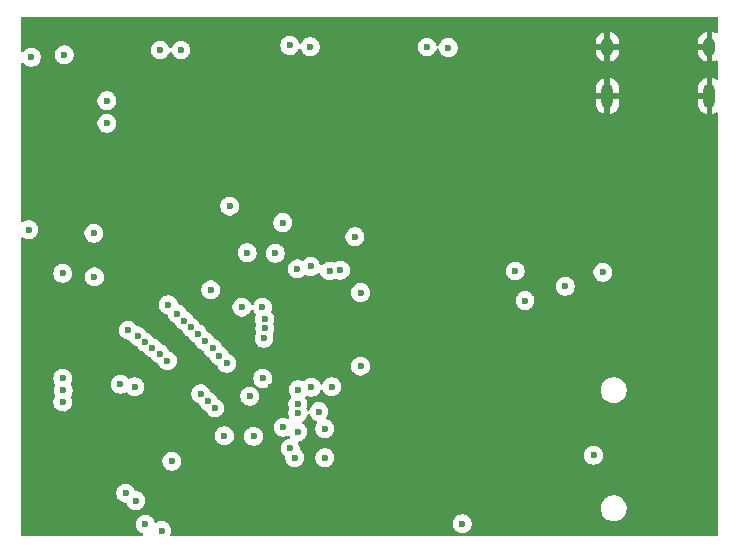
<source format=gbr>
%TF.GenerationSoftware,KiCad,Pcbnew,9.0.3*%
%TF.CreationDate,2025-07-24T02:47:58+05:30*%
%TF.ProjectId,DevBoard_F1C100s_Rev2,44657642-6f61-4726-945f-463143313030,rev?*%
%TF.SameCoordinates,Original*%
%TF.FileFunction,Copper,L3,Inr*%
%TF.FilePolarity,Positive*%
%FSLAX46Y46*%
G04 Gerber Fmt 4.6, Leading zero omitted, Abs format (unit mm)*
G04 Created by KiCad (PCBNEW 9.0.3) date 2025-07-24 02:47:58*
%MOMM*%
%LPD*%
G01*
G04 APERTURE LIST*
%TA.AperFunction,HeatsinkPad*%
%ADD10O,1.000000X2.100000*%
%TD*%
%TA.AperFunction,HeatsinkPad*%
%ADD11O,1.000000X1.600000*%
%TD*%
%TA.AperFunction,ViaPad*%
%ADD12C,0.600000*%
%TD*%
G04 APERTURE END LIST*
D10*
%TO.N,GND*%
%TO.C,J3*%
X187520000Y-39278000D03*
D11*
X187520000Y-35098000D03*
D10*
X178880000Y-39278000D03*
D11*
X178880000Y-35098000D03*
%TD*%
D12*
%TO.N,GND*%
X154200000Y-59700000D03*
X156600000Y-62025000D03*
%TO.N,2.6V*%
X152400000Y-69900000D03*
%TO.N,GND*%
X154151240Y-70651240D03*
%TO.N,2.6V*%
X152674450Y-67700000D03*
%TO.N,GND*%
X130500000Y-53200000D03*
X152993051Y-56188369D03*
X154300000Y-56100000D03*
X147300000Y-54300000D03*
X143700000Y-56100000D03*
X144500000Y-70200000D03*
X159200000Y-66300000D03*
X158000687Y-59625000D03*
X150428581Y-63879373D03*
X171400000Y-57957500D03*
X168200000Y-57800000D03*
X181000000Y-57300000D03*
X186300000Y-59000000D03*
X160300000Y-45400000D03*
X143500000Y-40400000D03*
X139500000Y-38400000D03*
X139400000Y-35600000D03*
X134500000Y-39200000D03*
X138100000Y-50900000D03*
X138100000Y-49300000D03*
X139400000Y-46600000D03*
X131500000Y-42800000D03*
X131600000Y-46800000D03*
X140100000Y-40200000D03*
X143800000Y-39200000D03*
X144600000Y-39400000D03*
X150700000Y-44300000D03*
X152100000Y-39200000D03*
X167300000Y-38800000D03*
X155500000Y-39300000D03*
X163000000Y-39700000D03*
X179900000Y-41600000D03*
X186500000Y-41700000D03*
X187100000Y-44100000D03*
X178900000Y-43600000D03*
X182800000Y-43900000D03*
X180100000Y-44600000D03*
X171100000Y-48800000D03*
X172200000Y-45300000D03*
X165400000Y-62500000D03*
X172700000Y-65900000D03*
X174300000Y-65300000D03*
X174700000Y-71900000D03*
X172000000Y-71500000D03*
X132842951Y-69600000D03*
X132700000Y-66200000D03*
%TO.N,VLEDA*%
X135400000Y-50900000D03*
X132900000Y-35800000D03*
%TO.N,VLEDK*%
X130100000Y-36000000D03*
X129900000Y-50600000D03*
%TO.N,3.3V*%
X145300000Y-55700000D03*
X151400000Y-50000000D03*
%TO.N,1.1V*%
X146900000Y-48600000D03*
X157500000Y-51200000D03*
%TO.N,2.6V*%
X151987500Y-35000000D03*
X153712500Y-35100000D03*
%TO.N,1.1V*%
X140999999Y-35387501D03*
X142774999Y-35387501D03*
%TO.N,3.3V*%
X177700000Y-69700000D03*
X166600000Y-75500000D03*
X142000000Y-70200000D03*
X149700000Y-63200000D03*
X171900000Y-56600000D03*
X175300000Y-55400000D03*
%TO.N,/LRADC0*%
X153757853Y-53717147D03*
%TO.N,2.6V*%
X148375000Y-52550000D03*
%TO.N,3.3V*%
X165401307Y-35180999D03*
X163601307Y-35130999D03*
X150750000Y-52600000D03*
X157975000Y-55925000D03*
%TO.N,1.1V*%
X148599000Y-64693860D03*
%TO.N,3.3V*%
X147929897Y-57156500D03*
X149668500Y-57156500D03*
X157975000Y-62150000D03*
%TO.N,1.1V*%
X156274450Y-54025000D03*
%TO.N,3.3V*%
X155350000Y-54100000D03*
%TO.N,1.1V*%
X154450000Y-66000000D03*
%TO.N,/LCD_HSYNC*%
X151424265Y-67324265D03*
%TO.N,/SPI0_CS*%
X178500000Y-54200000D03*
X171066950Y-54100000D03*
%TO.N,Net-(D1-K)*%
X136500000Y-41587500D03*
X136500000Y-39687500D03*
%TO.N,/LCD_D13*%
X145450000Y-60631709D03*
X140344053Y-60599000D03*
%TO.N,/LCD_D3*%
X149850000Y-58150000D03*
X144451473Y-64500000D03*
%TO.N,/SPI1_MISO*%
X148920000Y-68100000D03*
X152007948Y-69109948D03*
%TO.N,/SPI1_CLK*%
X154950735Y-67450735D03*
X154950000Y-69900000D03*
%TO.N,/LCD_D6*%
X132750000Y-65200000D03*
X143048245Y-58299715D03*
%TO.N,/LCD_D11*%
X139096665Y-59596984D03*
X144199902Y-59410050D03*
%TO.N,/LCD_D16*%
X138950000Y-73550000D03*
X132750000Y-54300000D03*
%TO.N,/LCD_D4*%
X132800000Y-64200000D03*
X142474265Y-57725735D03*
%TO.N,/LCD_D12*%
X144765589Y-60017060D03*
X139720512Y-60097800D03*
%TO.N,/LCD_D17*%
X138100000Y-72900000D03*
X135450000Y-54600000D03*
%TO.N,/LCD_D14*%
X146024265Y-61275735D03*
X140968342Y-61099265D03*
%TO.N,/LCD_D0*%
X141125000Y-76075000D03*
X138850000Y-63900000D03*
%TO.N,/LCD_D5*%
X145051472Y-65100000D03*
X149856216Y-58949979D03*
%TO.N,/LCD_D10*%
X143613931Y-58865402D03*
X138297052Y-59100000D03*
%TO.N,/LCD_D15*%
X141625735Y-61699265D03*
X146653015Y-61904485D03*
%TO.N,/LCD_D1*%
X137650000Y-63700000D03*
X139750000Y-75550000D03*
%TO.N,/LCD_D7*%
X145650735Y-65699265D03*
X149800000Y-59800000D03*
%TO.N,/LCD_D2*%
X141711537Y-56963007D03*
X132750000Y-63200000D03*
%TO.N,/LCD_HSYNC*%
X146450000Y-68050000D03*
%TO.N,2.6V*%
X155525000Y-63900000D03*
X152674450Y-66125000D03*
X152675000Y-65350000D03*
X153800000Y-63950000D03*
X152625000Y-53925000D03*
X152700000Y-64150000D03*
%TD*%
%TA.AperFunction,Conductor*%
%TO.N,GND*%
G36*
X188182539Y-32580185D02*
G01*
X188228294Y-32632989D01*
X188239500Y-32684500D01*
X188239500Y-33844075D01*
X188219815Y-33911114D01*
X188167011Y-33956869D01*
X188097853Y-33966813D01*
X188046610Y-33947178D01*
X187993682Y-33911813D01*
X187993671Y-33911807D01*
X187811691Y-33836429D01*
X187811683Y-33836427D01*
X187770000Y-33828135D01*
X187770000Y-34631011D01*
X187760060Y-34613795D01*
X187704205Y-34557940D01*
X187635796Y-34518444D01*
X187559496Y-34498000D01*
X187480504Y-34498000D01*
X187404204Y-34518444D01*
X187335795Y-34557940D01*
X187279940Y-34613795D01*
X187270000Y-34631011D01*
X187270000Y-33828136D01*
X187269999Y-33828135D01*
X187228316Y-33836427D01*
X187228308Y-33836429D01*
X187046328Y-33911807D01*
X187046315Y-33911814D01*
X186882537Y-34021248D01*
X186882533Y-34021251D01*
X186743251Y-34160533D01*
X186743248Y-34160537D01*
X186633814Y-34324315D01*
X186633807Y-34324328D01*
X186558430Y-34506306D01*
X186558427Y-34506318D01*
X186520000Y-34699504D01*
X186520000Y-34848000D01*
X187220000Y-34848000D01*
X187220000Y-35348000D01*
X186520000Y-35348000D01*
X186520000Y-35496495D01*
X186558427Y-35689681D01*
X186558430Y-35689693D01*
X186633807Y-35871671D01*
X186633814Y-35871684D01*
X186743248Y-36035462D01*
X186743251Y-36035466D01*
X186882533Y-36174748D01*
X186882537Y-36174751D01*
X187046315Y-36284185D01*
X187046328Y-36284192D01*
X187228308Y-36359569D01*
X187270000Y-36367862D01*
X187270000Y-35564988D01*
X187279940Y-35582205D01*
X187335795Y-35638060D01*
X187404204Y-35677556D01*
X187480504Y-35698000D01*
X187559496Y-35698000D01*
X187635796Y-35677556D01*
X187704205Y-35638060D01*
X187760060Y-35582205D01*
X187770000Y-35564988D01*
X187770000Y-36367862D01*
X187811690Y-36359569D01*
X187811692Y-36359569D01*
X187993671Y-36284192D01*
X187993684Y-36284185D01*
X188046609Y-36248822D01*
X188113286Y-36227944D01*
X188180666Y-36246428D01*
X188227357Y-36298407D01*
X188239500Y-36351924D01*
X188239500Y-37774075D01*
X188219815Y-37841114D01*
X188167011Y-37886869D01*
X188097853Y-37896813D01*
X188046610Y-37877178D01*
X187993682Y-37841813D01*
X187993671Y-37841807D01*
X187811691Y-37766429D01*
X187811683Y-37766427D01*
X187770000Y-37758135D01*
X187770000Y-38561011D01*
X187760060Y-38543795D01*
X187704205Y-38487940D01*
X187635796Y-38448444D01*
X187559496Y-38428000D01*
X187480504Y-38428000D01*
X187404204Y-38448444D01*
X187335795Y-38487940D01*
X187279940Y-38543795D01*
X187270000Y-38561011D01*
X187270000Y-37758136D01*
X187269999Y-37758135D01*
X187228316Y-37766427D01*
X187228308Y-37766429D01*
X187046328Y-37841807D01*
X187046315Y-37841814D01*
X186882537Y-37951248D01*
X186882533Y-37951251D01*
X186743251Y-38090533D01*
X186743248Y-38090537D01*
X186633814Y-38254315D01*
X186633807Y-38254328D01*
X186558430Y-38436306D01*
X186558427Y-38436318D01*
X186520000Y-38629504D01*
X186520000Y-39028000D01*
X187220000Y-39028000D01*
X187220000Y-39528000D01*
X186520000Y-39528000D01*
X186520000Y-39926495D01*
X186558427Y-40119681D01*
X186558430Y-40119693D01*
X186633807Y-40301671D01*
X186633814Y-40301684D01*
X186743248Y-40465462D01*
X186743251Y-40465466D01*
X186882533Y-40604748D01*
X186882537Y-40604751D01*
X187046315Y-40714185D01*
X187046328Y-40714192D01*
X187228308Y-40789569D01*
X187270000Y-40797862D01*
X187270000Y-39994988D01*
X187279940Y-40012205D01*
X187335795Y-40068060D01*
X187404204Y-40107556D01*
X187480504Y-40128000D01*
X187559496Y-40128000D01*
X187635796Y-40107556D01*
X187704205Y-40068060D01*
X187760060Y-40012205D01*
X187770000Y-39994988D01*
X187770000Y-40797862D01*
X187811690Y-40789569D01*
X187811692Y-40789569D01*
X187993671Y-40714192D01*
X187993684Y-40714185D01*
X188046609Y-40678822D01*
X188113286Y-40657944D01*
X188180666Y-40676428D01*
X188227357Y-40728407D01*
X188239500Y-40781924D01*
X188239500Y-76435500D01*
X188219815Y-76502539D01*
X188167011Y-76548294D01*
X188115500Y-76559500D01*
X141976347Y-76559500D01*
X141909308Y-76539815D01*
X141863553Y-76487011D01*
X141853609Y-76417853D01*
X141861784Y-76388051D01*
X141894737Y-76308497D01*
X141925500Y-76153842D01*
X141925500Y-75996158D01*
X141925500Y-75996155D01*
X141925499Y-75996153D01*
X141912177Y-75929179D01*
X141894737Y-75841503D01*
X141870712Y-75783501D01*
X141834397Y-75695827D01*
X141834390Y-75695814D01*
X141746789Y-75564711D01*
X141746786Y-75564707D01*
X141635292Y-75453213D01*
X141635288Y-75453210D01*
X141587312Y-75421153D01*
X165799500Y-75421153D01*
X165799500Y-75578846D01*
X165830261Y-75733489D01*
X165830264Y-75733501D01*
X165890602Y-75879172D01*
X165890609Y-75879185D01*
X165978210Y-76010288D01*
X165978213Y-76010292D01*
X166089707Y-76121786D01*
X166089711Y-76121789D01*
X166220814Y-76209390D01*
X166220827Y-76209397D01*
X166366498Y-76269735D01*
X166366503Y-76269737D01*
X166521153Y-76300499D01*
X166521156Y-76300500D01*
X166521158Y-76300500D01*
X166678844Y-76300500D01*
X166678845Y-76300499D01*
X166833497Y-76269737D01*
X166979179Y-76209394D01*
X167110289Y-76121789D01*
X167221789Y-76010289D01*
X167309394Y-75879179D01*
X167369737Y-75733497D01*
X167400500Y-75578842D01*
X167400500Y-75421158D01*
X167400500Y-75421155D01*
X167400499Y-75421153D01*
X167389451Y-75365611D01*
X167369737Y-75266503D01*
X167369735Y-75266498D01*
X167309397Y-75120827D01*
X167309390Y-75120814D01*
X167221789Y-74989711D01*
X167221786Y-74989707D01*
X167110292Y-74878213D01*
X167110288Y-74878210D01*
X166979185Y-74790609D01*
X166979172Y-74790602D01*
X166833501Y-74730264D01*
X166833489Y-74730261D01*
X166678845Y-74699500D01*
X166678842Y-74699500D01*
X166521158Y-74699500D01*
X166521155Y-74699500D01*
X166366510Y-74730261D01*
X166366498Y-74730264D01*
X166220827Y-74790602D01*
X166220814Y-74790609D01*
X166089711Y-74878210D01*
X166089707Y-74878213D01*
X165978213Y-74989707D01*
X165978210Y-74989711D01*
X165890609Y-75120814D01*
X165890602Y-75120827D01*
X165830264Y-75266498D01*
X165830261Y-75266510D01*
X165799500Y-75421153D01*
X141587312Y-75421153D01*
X141504185Y-75365609D01*
X141504172Y-75365602D01*
X141358501Y-75305264D01*
X141358489Y-75305261D01*
X141203845Y-75274500D01*
X141203842Y-75274500D01*
X141046158Y-75274500D01*
X141046155Y-75274500D01*
X140891510Y-75305261D01*
X140891498Y-75305264D01*
X140745827Y-75365602D01*
X140745811Y-75365611D01*
X140709183Y-75390085D01*
X140642506Y-75410962D01*
X140575126Y-75392477D01*
X140528436Y-75340497D01*
X140522314Y-75322089D01*
X140521506Y-75322335D01*
X140519735Y-75316498D01*
X140459397Y-75170827D01*
X140459390Y-75170814D01*
X140371789Y-75039711D01*
X140371786Y-75039707D01*
X140260292Y-74928213D01*
X140260288Y-74928210D01*
X140129185Y-74840609D01*
X140129172Y-74840602D01*
X139983501Y-74780264D01*
X139983489Y-74780261D01*
X139828845Y-74749500D01*
X139828842Y-74749500D01*
X139671158Y-74749500D01*
X139671155Y-74749500D01*
X139516510Y-74780261D01*
X139516498Y-74780264D01*
X139370827Y-74840602D01*
X139370814Y-74840609D01*
X139239711Y-74928210D01*
X139239707Y-74928213D01*
X139128213Y-75039707D01*
X139128210Y-75039711D01*
X139040609Y-75170814D01*
X139040602Y-75170827D01*
X138980264Y-75316498D01*
X138980261Y-75316510D01*
X138949500Y-75471153D01*
X138949500Y-75628846D01*
X138980261Y-75783489D01*
X138980264Y-75783501D01*
X139040602Y-75929172D01*
X139040609Y-75929185D01*
X139128210Y-76060288D01*
X139128213Y-76060292D01*
X139239707Y-76171786D01*
X139239711Y-76171789D01*
X139370814Y-76259390D01*
X139370827Y-76259397D01*
X139519404Y-76320939D01*
X139573808Y-76364780D01*
X139595873Y-76431074D01*
X139578594Y-76498773D01*
X139527457Y-76546384D01*
X139471952Y-76559500D01*
X129364500Y-76559500D01*
X129297461Y-76539815D01*
X129251706Y-76487011D01*
X129240500Y-76435500D01*
X129240500Y-72821153D01*
X137299500Y-72821153D01*
X137299500Y-72978846D01*
X137330261Y-73133489D01*
X137330264Y-73133501D01*
X137390602Y-73279172D01*
X137390609Y-73279185D01*
X137478210Y-73410288D01*
X137478213Y-73410292D01*
X137589707Y-73521786D01*
X137589711Y-73521789D01*
X137720814Y-73609390D01*
X137720827Y-73609397D01*
X137866498Y-73669735D01*
X137866503Y-73669737D01*
X138021153Y-73700499D01*
X138021156Y-73700500D01*
X138021158Y-73700500D01*
X138063122Y-73700500D01*
X138130161Y-73720185D01*
X138175916Y-73772989D01*
X138177784Y-73777930D01*
X138177932Y-73777869D01*
X138240602Y-73929172D01*
X138240609Y-73929185D01*
X138328210Y-74060288D01*
X138328213Y-74060292D01*
X138439707Y-74171786D01*
X138439711Y-74171789D01*
X138570814Y-74259390D01*
X138570827Y-74259397D01*
X138716498Y-74319735D01*
X138716503Y-74319737D01*
X138871153Y-74350499D01*
X138871156Y-74350500D01*
X138871158Y-74350500D01*
X139028844Y-74350500D01*
X139028845Y-74350499D01*
X139183497Y-74319737D01*
X139329179Y-74259394D01*
X139460289Y-74171789D01*
X139518689Y-74113389D01*
X178299500Y-74113389D01*
X178299500Y-74286611D01*
X178326598Y-74457701D01*
X178380127Y-74622445D01*
X178458768Y-74776788D01*
X178560586Y-74916928D01*
X178683072Y-75039414D01*
X178823212Y-75141232D01*
X178977555Y-75219873D01*
X179142299Y-75273402D01*
X179313389Y-75300500D01*
X179313390Y-75300500D01*
X179486610Y-75300500D01*
X179486611Y-75300500D01*
X179657701Y-75273402D01*
X179822445Y-75219873D01*
X179976788Y-75141232D01*
X180116928Y-75039414D01*
X180239414Y-74916928D01*
X180341232Y-74776788D01*
X180419873Y-74622445D01*
X180473402Y-74457701D01*
X180500500Y-74286611D01*
X180500500Y-74113389D01*
X180473402Y-73942299D01*
X180419873Y-73777555D01*
X180341232Y-73623212D01*
X180239414Y-73483072D01*
X180116928Y-73360586D01*
X179976788Y-73258768D01*
X179822445Y-73180127D01*
X179657701Y-73126598D01*
X179657699Y-73126597D01*
X179657698Y-73126597D01*
X179526271Y-73105781D01*
X179486611Y-73099500D01*
X179313389Y-73099500D01*
X179273728Y-73105781D01*
X179142302Y-73126597D01*
X178977552Y-73180128D01*
X178823211Y-73258768D01*
X178743754Y-73316498D01*
X178683072Y-73360586D01*
X178683070Y-73360588D01*
X178683069Y-73360588D01*
X178560588Y-73483069D01*
X178560588Y-73483070D01*
X178560586Y-73483072D01*
X178516859Y-73543256D01*
X178458768Y-73623211D01*
X178380128Y-73777552D01*
X178326597Y-73942302D01*
X178311183Y-74039626D01*
X178299500Y-74113389D01*
X139518689Y-74113389D01*
X139571789Y-74060289D01*
X139650626Y-73942302D01*
X139659390Y-73929185D01*
X139659390Y-73929184D01*
X139659394Y-73929179D01*
X139719737Y-73783497D01*
X139750500Y-73628842D01*
X139750500Y-73471158D01*
X139750500Y-73471155D01*
X139750499Y-73471153D01*
X139728506Y-73360588D01*
X139719737Y-73316503D01*
X139719735Y-73316498D01*
X139659397Y-73170827D01*
X139659390Y-73170814D01*
X139571789Y-73039711D01*
X139571786Y-73039707D01*
X139460292Y-72928213D01*
X139460288Y-72928210D01*
X139329185Y-72840609D01*
X139329172Y-72840602D01*
X139183501Y-72780264D01*
X139183489Y-72780261D01*
X139028845Y-72749500D01*
X139028842Y-72749500D01*
X138986878Y-72749500D01*
X138919839Y-72729815D01*
X138874084Y-72677011D01*
X138872215Y-72672069D01*
X138872068Y-72672131D01*
X138809397Y-72520827D01*
X138809390Y-72520814D01*
X138721789Y-72389711D01*
X138721786Y-72389707D01*
X138610292Y-72278213D01*
X138610288Y-72278210D01*
X138479185Y-72190609D01*
X138479172Y-72190602D01*
X138333501Y-72130264D01*
X138333489Y-72130261D01*
X138178845Y-72099500D01*
X138178842Y-72099500D01*
X138021158Y-72099500D01*
X138021155Y-72099500D01*
X137866510Y-72130261D01*
X137866498Y-72130264D01*
X137720827Y-72190602D01*
X137720814Y-72190609D01*
X137589711Y-72278210D01*
X137589707Y-72278213D01*
X137478213Y-72389707D01*
X137478210Y-72389711D01*
X137390609Y-72520814D01*
X137390602Y-72520827D01*
X137330264Y-72666498D01*
X137330261Y-72666510D01*
X137299500Y-72821153D01*
X129240500Y-72821153D01*
X129240500Y-70121153D01*
X141199500Y-70121153D01*
X141199500Y-70278846D01*
X141230261Y-70433489D01*
X141230264Y-70433501D01*
X141290602Y-70579172D01*
X141290609Y-70579185D01*
X141378210Y-70710288D01*
X141378213Y-70710292D01*
X141489707Y-70821786D01*
X141489711Y-70821789D01*
X141620814Y-70909390D01*
X141620827Y-70909397D01*
X141766498Y-70969735D01*
X141766503Y-70969737D01*
X141921153Y-71000499D01*
X141921156Y-71000500D01*
X141921158Y-71000500D01*
X142078844Y-71000500D01*
X142078845Y-71000499D01*
X142233497Y-70969737D01*
X142379179Y-70909394D01*
X142510289Y-70821789D01*
X142621789Y-70710289D01*
X142709394Y-70579179D01*
X142769737Y-70433497D01*
X142800500Y-70278842D01*
X142800500Y-70121158D01*
X142800500Y-70121155D01*
X142800499Y-70121153D01*
X142772192Y-69978846D01*
X142769737Y-69966503D01*
X142709534Y-69821158D01*
X142709397Y-69820827D01*
X142709390Y-69820814D01*
X142621789Y-69689711D01*
X142621786Y-69689707D01*
X142510292Y-69578213D01*
X142510288Y-69578210D01*
X142379185Y-69490609D01*
X142379172Y-69490602D01*
X142233501Y-69430264D01*
X142233489Y-69430261D01*
X142078845Y-69399500D01*
X142078842Y-69399500D01*
X141921158Y-69399500D01*
X141921155Y-69399500D01*
X141766510Y-69430261D01*
X141766498Y-69430264D01*
X141620827Y-69490602D01*
X141620814Y-69490609D01*
X141489711Y-69578210D01*
X141489707Y-69578213D01*
X141378213Y-69689707D01*
X141378210Y-69689711D01*
X141290609Y-69820814D01*
X141290602Y-69820827D01*
X141230264Y-69966498D01*
X141230261Y-69966510D01*
X141199500Y-70121153D01*
X129240500Y-70121153D01*
X129240500Y-67971153D01*
X145649500Y-67971153D01*
X145649500Y-68128846D01*
X145680261Y-68283489D01*
X145680264Y-68283501D01*
X145740602Y-68429172D01*
X145740609Y-68429185D01*
X145828210Y-68560288D01*
X145828213Y-68560292D01*
X145939707Y-68671786D01*
X145939711Y-68671789D01*
X146070814Y-68759390D01*
X146070827Y-68759397D01*
X146216498Y-68819735D01*
X146216503Y-68819737D01*
X146371153Y-68850499D01*
X146371156Y-68850500D01*
X146371158Y-68850500D01*
X146528844Y-68850500D01*
X146528845Y-68850499D01*
X146683497Y-68819737D01*
X146829179Y-68759394D01*
X146960289Y-68671789D01*
X147071789Y-68560289D01*
X147159394Y-68429179D01*
X147219737Y-68283497D01*
X147250500Y-68128842D01*
X147250500Y-68021153D01*
X148119500Y-68021153D01*
X148119500Y-68178846D01*
X148150261Y-68333489D01*
X148150264Y-68333501D01*
X148210602Y-68479172D01*
X148210609Y-68479185D01*
X148298210Y-68610288D01*
X148298213Y-68610292D01*
X148409707Y-68721786D01*
X148409711Y-68721789D01*
X148540814Y-68809390D01*
X148540827Y-68809397D01*
X148640060Y-68850500D01*
X148686503Y-68869737D01*
X148836131Y-68899500D01*
X148841153Y-68900499D01*
X148841156Y-68900500D01*
X148841158Y-68900500D01*
X148998844Y-68900500D01*
X148998845Y-68900499D01*
X149153497Y-68869737D01*
X149299179Y-68809394D01*
X149430289Y-68721789D01*
X149541789Y-68610289D01*
X149629394Y-68479179D01*
X149689737Y-68333497D01*
X149720500Y-68178842D01*
X149720500Y-68021158D01*
X149720500Y-68021155D01*
X149720499Y-68021153D01*
X149708539Y-67961027D01*
X149689737Y-67866503D01*
X149676505Y-67834557D01*
X149629397Y-67720827D01*
X149629390Y-67720814D01*
X149541789Y-67589711D01*
X149541786Y-67589707D01*
X149430292Y-67478213D01*
X149430288Y-67478210D01*
X149299185Y-67390609D01*
X149299172Y-67390602D01*
X149210544Y-67353892D01*
X149153501Y-67330264D01*
X149153489Y-67330261D01*
X148998845Y-67299500D01*
X148998842Y-67299500D01*
X148841158Y-67299500D01*
X148841155Y-67299500D01*
X148686510Y-67330261D01*
X148686498Y-67330264D01*
X148540827Y-67390602D01*
X148540814Y-67390609D01*
X148409711Y-67478210D01*
X148409707Y-67478213D01*
X148298213Y-67589707D01*
X148298210Y-67589711D01*
X148210609Y-67720814D01*
X148210602Y-67720827D01*
X148150264Y-67866498D01*
X148150261Y-67866510D01*
X148119500Y-68021153D01*
X147250500Y-68021153D01*
X147250500Y-67971158D01*
X147250500Y-67971155D01*
X147250499Y-67971153D01*
X147245506Y-67946051D01*
X147219737Y-67816503D01*
X147204138Y-67778844D01*
X147159397Y-67670827D01*
X147159390Y-67670814D01*
X147071789Y-67539711D01*
X147071786Y-67539707D01*
X146960292Y-67428213D01*
X146960288Y-67428210D01*
X146829185Y-67340609D01*
X146829172Y-67340602D01*
X146683501Y-67280264D01*
X146683489Y-67280261D01*
X146528845Y-67249500D01*
X146528842Y-67249500D01*
X146371158Y-67249500D01*
X146371155Y-67249500D01*
X146216510Y-67280261D01*
X146216498Y-67280264D01*
X146070827Y-67340602D01*
X146070814Y-67340609D01*
X145939711Y-67428210D01*
X145939707Y-67428213D01*
X145828213Y-67539707D01*
X145828210Y-67539711D01*
X145740609Y-67670814D01*
X145740602Y-67670827D01*
X145680264Y-67816498D01*
X145680261Y-67816510D01*
X145649500Y-67971153D01*
X129240500Y-67971153D01*
X129240500Y-67245418D01*
X150623765Y-67245418D01*
X150623765Y-67403111D01*
X150654526Y-67557754D01*
X150654529Y-67557766D01*
X150714867Y-67703437D01*
X150714874Y-67703450D01*
X150802475Y-67834553D01*
X150802478Y-67834557D01*
X150913972Y-67946051D01*
X150913976Y-67946054D01*
X151045079Y-68033655D01*
X151045092Y-68033662D01*
X151154996Y-68079185D01*
X151190768Y-68094002D01*
X151330603Y-68121817D01*
X151345418Y-68124764D01*
X151345421Y-68124765D01*
X151345423Y-68124765D01*
X151503109Y-68124765D01*
X151503110Y-68124764D01*
X151657762Y-68094002D01*
X151803444Y-68033659D01*
X151803445Y-68033658D01*
X151805599Y-68032766D01*
X151805933Y-68032467D01*
X151806573Y-68032363D01*
X151809073Y-68031328D01*
X151809317Y-68031918D01*
X151837776Y-68027307D01*
X151869348Y-68020720D01*
X151872048Y-68021753D01*
X151874903Y-68021291D01*
X151904480Y-68034165D01*
X151934603Y-68045693D01*
X151937121Y-68048372D01*
X151938967Y-68049176D01*
X151962552Y-68075433D01*
X151993545Y-68121817D01*
X152014423Y-68188494D01*
X151995939Y-68255875D01*
X151943960Y-68302565D01*
X151914635Y-68312325D01*
X151774456Y-68340209D01*
X151774446Y-68340212D01*
X151628775Y-68400550D01*
X151628762Y-68400557D01*
X151497659Y-68488158D01*
X151497655Y-68488161D01*
X151386161Y-68599655D01*
X151386158Y-68599659D01*
X151298557Y-68730762D01*
X151298550Y-68730775D01*
X151238212Y-68876446D01*
X151238209Y-68876458D01*
X151207448Y-69031101D01*
X151207448Y-69188794D01*
X151238209Y-69343437D01*
X151238212Y-69343449D01*
X151298550Y-69489120D01*
X151298557Y-69489133D01*
X151386158Y-69620236D01*
X151386161Y-69620240D01*
X151497656Y-69731735D01*
X151497659Y-69731737D01*
X151544391Y-69762962D01*
X151589195Y-69816573D01*
X151599500Y-69866064D01*
X151599500Y-69978846D01*
X151630261Y-70133489D01*
X151630264Y-70133501D01*
X151690602Y-70279172D01*
X151690609Y-70279185D01*
X151778210Y-70410288D01*
X151778213Y-70410292D01*
X151889707Y-70521786D01*
X151889711Y-70521789D01*
X152020814Y-70609390D01*
X152020827Y-70609397D01*
X152166498Y-70669735D01*
X152166503Y-70669737D01*
X152321153Y-70700499D01*
X152321156Y-70700500D01*
X152321158Y-70700500D01*
X152478844Y-70700500D01*
X152478845Y-70700499D01*
X152633497Y-70669737D01*
X152779179Y-70609394D01*
X152910289Y-70521789D01*
X153021789Y-70410289D01*
X153109394Y-70279179D01*
X153169737Y-70133497D01*
X153200500Y-69978842D01*
X153200500Y-69821158D01*
X153200500Y-69821155D01*
X153200499Y-69821153D01*
X154149500Y-69821153D01*
X154149500Y-69978846D01*
X154180261Y-70133489D01*
X154180264Y-70133501D01*
X154240602Y-70279172D01*
X154240609Y-70279185D01*
X154328210Y-70410288D01*
X154328213Y-70410292D01*
X154439707Y-70521786D01*
X154439711Y-70521789D01*
X154570814Y-70609390D01*
X154570827Y-70609397D01*
X154716498Y-70669735D01*
X154716503Y-70669737D01*
X154871153Y-70700499D01*
X154871156Y-70700500D01*
X154871158Y-70700500D01*
X155028844Y-70700500D01*
X155028845Y-70700499D01*
X155183497Y-70669737D01*
X155329179Y-70609394D01*
X155460289Y-70521789D01*
X155571789Y-70410289D01*
X155659394Y-70279179D01*
X155719737Y-70133497D01*
X155750500Y-69978842D01*
X155750500Y-69821158D01*
X155750500Y-69821155D01*
X155750499Y-69821153D01*
X155746747Y-69802292D01*
X155719737Y-69666503D01*
X155700955Y-69621158D01*
X155700953Y-69621153D01*
X176899500Y-69621153D01*
X176899500Y-69778846D01*
X176930261Y-69933489D01*
X176930264Y-69933501D01*
X176990602Y-70079172D01*
X176990609Y-70079185D01*
X177078210Y-70210288D01*
X177078213Y-70210292D01*
X177189707Y-70321786D01*
X177189711Y-70321789D01*
X177320814Y-70409390D01*
X177320827Y-70409397D01*
X177466498Y-70469735D01*
X177466503Y-70469737D01*
X177621153Y-70500499D01*
X177621156Y-70500500D01*
X177621158Y-70500500D01*
X177778844Y-70500500D01*
X177778845Y-70500499D01*
X177933497Y-70469737D01*
X178079179Y-70409394D01*
X178210289Y-70321789D01*
X178321789Y-70210289D01*
X178409394Y-70079179D01*
X178469737Y-69933497D01*
X178500500Y-69778842D01*
X178500500Y-69621158D01*
X178500500Y-69621155D01*
X178500499Y-69621153D01*
X178480543Y-69520827D01*
X178469737Y-69466503D01*
X178469735Y-69466498D01*
X178409397Y-69320827D01*
X178409390Y-69320814D01*
X178321789Y-69189711D01*
X178321786Y-69189707D01*
X178210292Y-69078213D01*
X178210288Y-69078210D01*
X178079185Y-68990609D01*
X178079172Y-68990602D01*
X177933501Y-68930264D01*
X177933489Y-68930261D01*
X177778845Y-68899500D01*
X177778842Y-68899500D01*
X177621158Y-68899500D01*
X177621155Y-68899500D01*
X177466510Y-68930261D01*
X177466498Y-68930264D01*
X177320827Y-68990602D01*
X177320814Y-68990609D01*
X177189711Y-69078210D01*
X177189707Y-69078213D01*
X177078213Y-69189707D01*
X177078210Y-69189711D01*
X176990609Y-69320814D01*
X176990602Y-69320827D01*
X176930264Y-69466498D01*
X176930261Y-69466510D01*
X176899500Y-69621153D01*
X155700953Y-69621153D01*
X155659397Y-69520827D01*
X155659390Y-69520814D01*
X155571789Y-69389711D01*
X155571786Y-69389707D01*
X155460292Y-69278213D01*
X155460288Y-69278210D01*
X155329185Y-69190609D01*
X155329172Y-69190602D01*
X155183501Y-69130264D01*
X155183489Y-69130261D01*
X155028845Y-69099500D01*
X155028842Y-69099500D01*
X154871158Y-69099500D01*
X154871155Y-69099500D01*
X154716510Y-69130261D01*
X154716498Y-69130264D01*
X154570827Y-69190602D01*
X154570814Y-69190609D01*
X154439711Y-69278210D01*
X154439707Y-69278213D01*
X154328213Y-69389707D01*
X154328210Y-69389711D01*
X154240609Y-69520814D01*
X154240602Y-69520827D01*
X154180264Y-69666498D01*
X154180261Y-69666510D01*
X154149500Y-69821153D01*
X153200499Y-69821153D01*
X153196747Y-69802292D01*
X153169737Y-69666503D01*
X153150955Y-69621158D01*
X153109397Y-69520827D01*
X153109390Y-69520814D01*
X153021789Y-69389711D01*
X153021786Y-69389707D01*
X152910292Y-69278213D01*
X152910288Y-69278210D01*
X152863557Y-69246985D01*
X152818752Y-69193372D01*
X152808448Y-69143883D01*
X152808448Y-69031103D01*
X152808447Y-69031101D01*
X152777685Y-68876451D01*
X152766936Y-68850500D01*
X152717345Y-68730775D01*
X152717338Y-68730762D01*
X152688852Y-68688130D01*
X152667974Y-68621453D01*
X152686458Y-68554072D01*
X152738437Y-68507382D01*
X152767763Y-68497622D01*
X152830591Y-68485124D01*
X152907947Y-68469737D01*
X153053629Y-68409394D01*
X153184739Y-68321789D01*
X153296239Y-68210289D01*
X153383844Y-68079179D01*
X153444187Y-67933497D01*
X153474950Y-67778842D01*
X153474950Y-67621158D01*
X153474950Y-67621155D01*
X153474949Y-67621153D01*
X153456734Y-67529581D01*
X153444187Y-67466503D01*
X153428326Y-67428210D01*
X153383847Y-67320827D01*
X153383840Y-67320814D01*
X153296239Y-67189711D01*
X153296236Y-67189707D01*
X153184742Y-67078213D01*
X153184734Y-67078207D01*
X153091039Y-67015602D01*
X153046233Y-66961990D01*
X153037526Y-66892665D01*
X153067680Y-66829638D01*
X153091039Y-66809398D01*
X153150460Y-66769693D01*
X153184739Y-66746789D01*
X153296239Y-66635289D01*
X153383844Y-66504179D01*
X153444187Y-66358497D01*
X153457826Y-66289928D01*
X153490209Y-66228022D01*
X153550924Y-66193447D01*
X153620694Y-66197186D01*
X153677366Y-66238051D01*
X153694003Y-66266670D01*
X153740604Y-66379176D01*
X153740609Y-66379185D01*
X153828210Y-66510288D01*
X153828213Y-66510292D01*
X153939707Y-66621786D01*
X153939711Y-66621789D01*
X154070814Y-66709390D01*
X154070827Y-66709397D01*
X154161101Y-66746789D01*
X154216503Y-66769737D01*
X154224695Y-66771366D01*
X154234423Y-66773302D01*
X154296334Y-66805687D01*
X154330908Y-66866402D01*
X154327169Y-66936172D01*
X154313334Y-66963810D01*
X154241344Y-67071549D01*
X154241337Y-67071562D01*
X154180999Y-67217233D01*
X154180996Y-67217245D01*
X154150235Y-67371888D01*
X154150235Y-67529581D01*
X154180996Y-67684224D01*
X154180999Y-67684236D01*
X154241337Y-67829907D01*
X154241344Y-67829920D01*
X154328945Y-67961023D01*
X154328948Y-67961027D01*
X154440442Y-68072521D01*
X154440446Y-68072524D01*
X154571549Y-68160125D01*
X154571562Y-68160132D01*
X154692651Y-68210288D01*
X154717238Y-68220472D01*
X154871888Y-68251234D01*
X154871891Y-68251235D01*
X154871893Y-68251235D01*
X155029579Y-68251235D01*
X155029580Y-68251234D01*
X155184232Y-68220472D01*
X155329914Y-68160129D01*
X155461024Y-68072524D01*
X155572524Y-67961024D01*
X155660129Y-67829914D01*
X155720472Y-67684232D01*
X155751235Y-67529577D01*
X155751235Y-67371893D01*
X155751235Y-67371890D01*
X155751234Y-67371888D01*
X155733009Y-67280264D01*
X155720472Y-67217238D01*
X155709070Y-67189711D01*
X155660132Y-67071562D01*
X155660125Y-67071549D01*
X155572524Y-66940446D01*
X155572521Y-66940442D01*
X155461027Y-66828948D01*
X155461023Y-66828945D01*
X155329920Y-66741344D01*
X155329907Y-66741337D01*
X155184236Y-66680999D01*
X155184230Y-66680997D01*
X155166307Y-66677432D01*
X155104397Y-66645045D01*
X155069825Y-66584328D01*
X155073567Y-66514558D01*
X155087398Y-66486927D01*
X155159394Y-66379179D01*
X155219737Y-66233497D01*
X155250500Y-66078842D01*
X155250500Y-65921158D01*
X155250500Y-65921155D01*
X155250499Y-65921153D01*
X155243780Y-65887377D01*
X155219737Y-65766503D01*
X155187794Y-65689384D01*
X155159397Y-65620827D01*
X155159390Y-65620814D01*
X155071789Y-65489711D01*
X155071786Y-65489707D01*
X154960292Y-65378213D01*
X154960288Y-65378210D01*
X154829185Y-65290609D01*
X154829172Y-65290602D01*
X154683501Y-65230264D01*
X154683489Y-65230261D01*
X154528845Y-65199500D01*
X154528842Y-65199500D01*
X154371158Y-65199500D01*
X154371155Y-65199500D01*
X154216510Y-65230261D01*
X154216498Y-65230264D01*
X154070827Y-65290602D01*
X154070814Y-65290609D01*
X153939711Y-65378210D01*
X153939707Y-65378213D01*
X153828213Y-65489707D01*
X153828210Y-65489711D01*
X153740609Y-65620814D01*
X153740602Y-65620827D01*
X153680264Y-65766498D01*
X153680261Y-65766507D01*
X153666623Y-65835069D01*
X153650927Y-65865073D01*
X153635761Y-65895372D01*
X153634770Y-65895959D01*
X153634237Y-65896980D01*
X153604788Y-65913748D01*
X153575672Y-65931024D01*
X153574522Y-65930982D01*
X153573521Y-65931553D01*
X153539679Y-65929738D01*
X153505846Y-65928530D01*
X153504900Y-65927873D01*
X153503751Y-65927812D01*
X153476281Y-65908002D01*
X153448454Y-65888682D01*
X153447680Y-65887377D01*
X153447080Y-65886945D01*
X153430446Y-65858331D01*
X153400326Y-65785614D01*
X153392858Y-65716147D01*
X153400324Y-65690718D01*
X153444737Y-65583497D01*
X153475500Y-65428842D01*
X153475500Y-65271158D01*
X153475500Y-65271155D01*
X153475499Y-65271153D01*
X153463213Y-65209390D01*
X153444737Y-65116503D01*
X153444735Y-65116498D01*
X153384397Y-64970827D01*
X153384395Y-64970823D01*
X153384394Y-64970821D01*
X153309834Y-64859235D01*
X153288957Y-64792559D01*
X153307441Y-64725179D01*
X153359420Y-64678488D01*
X153428390Y-64667312D01*
X153460389Y-64675784D01*
X153520060Y-64700500D01*
X153566503Y-64719737D01*
X153721153Y-64750499D01*
X153721156Y-64750500D01*
X153721158Y-64750500D01*
X153878844Y-64750500D01*
X153878845Y-64750499D01*
X154033497Y-64719737D01*
X154164790Y-64665354D01*
X154179172Y-64659397D01*
X154179172Y-64659396D01*
X154179179Y-64659394D01*
X154310289Y-64571789D01*
X154421789Y-64460289D01*
X154509394Y-64329179D01*
X154514638Y-64316520D01*
X154558294Y-64211123D01*
X154602134Y-64156719D01*
X154668428Y-64134654D01*
X154736128Y-64151933D01*
X154783739Y-64203070D01*
X154787416Y-64211123D01*
X154815602Y-64279172D01*
X154815609Y-64279185D01*
X154903210Y-64410288D01*
X154903213Y-64410292D01*
X155014707Y-64521786D01*
X155014711Y-64521789D01*
X155145814Y-64609390D01*
X155145827Y-64609397D01*
X155268693Y-64660289D01*
X155291503Y-64669737D01*
X155446153Y-64700499D01*
X155446156Y-64700500D01*
X155446158Y-64700500D01*
X155603844Y-64700500D01*
X155603845Y-64700499D01*
X155758497Y-64669737D01*
X155872671Y-64622445D01*
X155904172Y-64609397D01*
X155904172Y-64609396D01*
X155904179Y-64609394D01*
X156035289Y-64521789D01*
X156146789Y-64410289D01*
X156234394Y-64279179D01*
X156294737Y-64133497D01*
X156298737Y-64113389D01*
X178299500Y-64113389D01*
X178299500Y-64286611D01*
X178303945Y-64314674D01*
X178319088Y-64410289D01*
X178326598Y-64457701D01*
X178380127Y-64622445D01*
X178458768Y-64776788D01*
X178560586Y-64916928D01*
X178683072Y-65039414D01*
X178823212Y-65141232D01*
X178977555Y-65219873D01*
X179142299Y-65273402D01*
X179313389Y-65300500D01*
X179313390Y-65300500D01*
X179486610Y-65300500D01*
X179486611Y-65300500D01*
X179657701Y-65273402D01*
X179822445Y-65219873D01*
X179976788Y-65141232D01*
X180116928Y-65039414D01*
X180239414Y-64916928D01*
X180341232Y-64776788D01*
X180419873Y-64622445D01*
X180473402Y-64457701D01*
X180500500Y-64286611D01*
X180500500Y-64113389D01*
X180473402Y-63942299D01*
X180419873Y-63777555D01*
X180341232Y-63623212D01*
X180239414Y-63483072D01*
X180116928Y-63360586D01*
X179976788Y-63258768D01*
X179822445Y-63180127D01*
X179657701Y-63126598D01*
X179657699Y-63126597D01*
X179657698Y-63126597D01*
X179526271Y-63105781D01*
X179486611Y-63099500D01*
X179313389Y-63099500D01*
X179273728Y-63105781D01*
X179142302Y-63126597D01*
X178977552Y-63180128D01*
X178823211Y-63258768D01*
X178789200Y-63283479D01*
X178683072Y-63360586D01*
X178683070Y-63360588D01*
X178683069Y-63360588D01*
X178560588Y-63483069D01*
X178560588Y-63483070D01*
X178560586Y-63483072D01*
X178527789Y-63528213D01*
X178458768Y-63623211D01*
X178380128Y-63777552D01*
X178326597Y-63942302D01*
X178306189Y-64071158D01*
X178299500Y-64113389D01*
X156298737Y-64113389D01*
X156306955Y-64072073D01*
X156325500Y-63978844D01*
X156325500Y-63821155D01*
X156325499Y-63821153D01*
X156319422Y-63790602D01*
X156294737Y-63666503D01*
X156286629Y-63646928D01*
X156234397Y-63520827D01*
X156234390Y-63520814D01*
X156146789Y-63389711D01*
X156146786Y-63389707D01*
X156035292Y-63278213D01*
X156035288Y-63278210D01*
X155904185Y-63190609D01*
X155904172Y-63190602D01*
X155758501Y-63130264D01*
X155758489Y-63130261D01*
X155603845Y-63099500D01*
X155603842Y-63099500D01*
X155446158Y-63099500D01*
X155446155Y-63099500D01*
X155291510Y-63130261D01*
X155291498Y-63130264D01*
X155145827Y-63190602D01*
X155145814Y-63190609D01*
X155014711Y-63278210D01*
X155014707Y-63278213D01*
X154903213Y-63389707D01*
X154903210Y-63389711D01*
X154815609Y-63520814D01*
X154815604Y-63520824D01*
X154766705Y-63638877D01*
X154722864Y-63693280D01*
X154656569Y-63715345D01*
X154588870Y-63698066D01*
X154541260Y-63646928D01*
X154537593Y-63638901D01*
X154509394Y-63570821D01*
X154509392Y-63570818D01*
X154509390Y-63570814D01*
X154421789Y-63439711D01*
X154421786Y-63439707D01*
X154310292Y-63328213D01*
X154310288Y-63328210D01*
X154179185Y-63240609D01*
X154179172Y-63240602D01*
X154033501Y-63180264D01*
X154033489Y-63180261D01*
X153878845Y-63149500D01*
X153878842Y-63149500D01*
X153721158Y-63149500D01*
X153721155Y-63149500D01*
X153566510Y-63180261D01*
X153566498Y-63180264D01*
X153420827Y-63240602D01*
X153420814Y-63240609D01*
X153289711Y-63328210D01*
X153207158Y-63410763D01*
X153145834Y-63444247D01*
X153076143Y-63439263D01*
X153072025Y-63437642D01*
X152933501Y-63380264D01*
X152933489Y-63380261D01*
X152778845Y-63349500D01*
X152778842Y-63349500D01*
X152621158Y-63349500D01*
X152621155Y-63349500D01*
X152466510Y-63380261D01*
X152466498Y-63380264D01*
X152320827Y-63440602D01*
X152320814Y-63440609D01*
X152189711Y-63528210D01*
X152189707Y-63528213D01*
X152078213Y-63639707D01*
X152078210Y-63639711D01*
X151990609Y-63770814D01*
X151990602Y-63770827D01*
X151930264Y-63916498D01*
X151930261Y-63916510D01*
X151899500Y-64071153D01*
X151899500Y-64228846D01*
X151930261Y-64383489D01*
X151930264Y-64383501D01*
X151990602Y-64529172D01*
X151990609Y-64529185D01*
X152081595Y-64665354D01*
X152079999Y-64666420D01*
X152103833Y-64722543D01*
X152092039Y-64791410D01*
X152068347Y-64824574D01*
X152053213Y-64839707D01*
X152053210Y-64839711D01*
X151965609Y-64970814D01*
X151965602Y-64970827D01*
X151905264Y-65116498D01*
X151905261Y-65116510D01*
X151874500Y-65271153D01*
X151874500Y-65428846D01*
X151905261Y-65583489D01*
X151905264Y-65583501D01*
X151949122Y-65689384D01*
X151956591Y-65758853D01*
X151949122Y-65784288D01*
X151904714Y-65891498D01*
X151904711Y-65891510D01*
X151873950Y-66046153D01*
X151873950Y-66203846D01*
X151897264Y-66321051D01*
X151904713Y-66358497D01*
X151925489Y-66408655D01*
X151939312Y-66442027D01*
X151946780Y-66511497D01*
X151915504Y-66573976D01*
X151855415Y-66609628D01*
X151785590Y-66607133D01*
X151777298Y-66604040D01*
X151657766Y-66554529D01*
X151657754Y-66554526D01*
X151503110Y-66523765D01*
X151503107Y-66523765D01*
X151345423Y-66523765D01*
X151345420Y-66523765D01*
X151190775Y-66554526D01*
X151190763Y-66554529D01*
X151045092Y-66614867D01*
X151045079Y-66614874D01*
X150913976Y-66702475D01*
X150913972Y-66702478D01*
X150802478Y-66813972D01*
X150802475Y-66813976D01*
X150714874Y-66945079D01*
X150714867Y-66945092D01*
X150654529Y-67090763D01*
X150654526Y-67090775D01*
X150623765Y-67245418D01*
X129240500Y-67245418D01*
X129240500Y-63121153D01*
X131949500Y-63121153D01*
X131949500Y-63278846D01*
X131980261Y-63433489D01*
X131980264Y-63433501D01*
X132040602Y-63579172D01*
X132040609Y-63579185D01*
X132100304Y-63668524D01*
X132121182Y-63735201D01*
X132102698Y-63802582D01*
X132100306Y-63806304D01*
X132090607Y-63820819D01*
X132090602Y-63820828D01*
X132030264Y-63966498D01*
X132030261Y-63966510D01*
X131999500Y-64121153D01*
X131999500Y-64278846D01*
X132030261Y-64433489D01*
X132030264Y-64433501D01*
X132090602Y-64579172D01*
X132090609Y-64579185D01*
X132100304Y-64593694D01*
X132121182Y-64660371D01*
X132102698Y-64727752D01*
X132100304Y-64731476D01*
X132040609Y-64820814D01*
X132040602Y-64820827D01*
X131980264Y-64966498D01*
X131980261Y-64966510D01*
X131949500Y-65121153D01*
X131949500Y-65278846D01*
X131980261Y-65433489D01*
X131980264Y-65433501D01*
X132040602Y-65579172D01*
X132040609Y-65579185D01*
X132128210Y-65710288D01*
X132128213Y-65710292D01*
X132239707Y-65821786D01*
X132239711Y-65821789D01*
X132370814Y-65909390D01*
X132370827Y-65909397D01*
X132516498Y-65969735D01*
X132516503Y-65969737D01*
X132671153Y-66000499D01*
X132671156Y-66000500D01*
X132671158Y-66000500D01*
X132828844Y-66000500D01*
X132828845Y-66000499D01*
X132983497Y-65969737D01*
X133100790Y-65921153D01*
X133129172Y-65909397D01*
X133129172Y-65909396D01*
X133129179Y-65909394D01*
X133260289Y-65821789D01*
X133371789Y-65710289D01*
X133459394Y-65579179D01*
X133519737Y-65433497D01*
X133550500Y-65278842D01*
X133550500Y-65121158D01*
X133550500Y-65121155D01*
X133550499Y-65121153D01*
X133528447Y-65010292D01*
X133519737Y-64966503D01*
X133503524Y-64927361D01*
X133459397Y-64820827D01*
X133459389Y-64820813D01*
X133449696Y-64806306D01*
X133428817Y-64739629D01*
X133447301Y-64672249D01*
X133449674Y-64668555D01*
X133509394Y-64579179D01*
X133569737Y-64433497D01*
X133600500Y-64278842D01*
X133600500Y-64121158D01*
X133600500Y-64121155D01*
X133600499Y-64121153D01*
X133574353Y-63989711D01*
X133569737Y-63966503D01*
X133559713Y-63942302D01*
X133509397Y-63820827D01*
X133509390Y-63820814D01*
X133449695Y-63731475D01*
X133445342Y-63717573D01*
X133436614Y-63705913D01*
X133435111Y-63684901D01*
X133428817Y-63664798D01*
X133432580Y-63649485D01*
X133431632Y-63636222D01*
X133438032Y-63621153D01*
X136849500Y-63621153D01*
X136849500Y-63778846D01*
X136880261Y-63933489D01*
X136880264Y-63933501D01*
X136940602Y-64079172D01*
X136940609Y-64079185D01*
X137028210Y-64210288D01*
X137028213Y-64210292D01*
X137139707Y-64321786D01*
X137139711Y-64321789D01*
X137270814Y-64409390D01*
X137270827Y-64409397D01*
X137393860Y-64460358D01*
X137416503Y-64469737D01*
X137571153Y-64500499D01*
X137571156Y-64500500D01*
X137571158Y-64500500D01*
X137728844Y-64500500D01*
X137728845Y-64500499D01*
X137883497Y-64469737D01*
X138029179Y-64409394D01*
X138063800Y-64386261D01*
X138130477Y-64365382D01*
X138197857Y-64383865D01*
X138223553Y-64406331D01*
X138223903Y-64405982D01*
X138339707Y-64521786D01*
X138339711Y-64521789D01*
X138470814Y-64609390D01*
X138470827Y-64609397D01*
X138593693Y-64660289D01*
X138616503Y-64669737D01*
X138771153Y-64700499D01*
X138771156Y-64700500D01*
X138771158Y-64700500D01*
X138928844Y-64700500D01*
X138928845Y-64700499D01*
X139083497Y-64669737D01*
X139197671Y-64622445D01*
X139229172Y-64609397D01*
X139229172Y-64609396D01*
X139229179Y-64609394D01*
X139360289Y-64521789D01*
X139460925Y-64421153D01*
X143650973Y-64421153D01*
X143650973Y-64578846D01*
X143681734Y-64733489D01*
X143681737Y-64733501D01*
X143742075Y-64879172D01*
X143742082Y-64879185D01*
X143829683Y-65010288D01*
X143829686Y-65010292D01*
X143941180Y-65121786D01*
X143941184Y-65121789D01*
X144072287Y-65209390D01*
X144072299Y-65209397D01*
X144178773Y-65253499D01*
X144215606Y-65268755D01*
X144270010Y-65312595D01*
X144282715Y-65335864D01*
X144342074Y-65479172D01*
X144342081Y-65479185D01*
X144429682Y-65610288D01*
X144429685Y-65610292D01*
X144541179Y-65721786D01*
X144541183Y-65721789D01*
X144672286Y-65809390D01*
X144672298Y-65809397D01*
X144734278Y-65835069D01*
X144815085Y-65868540D01*
X144869488Y-65912379D01*
X144882193Y-65935648D01*
X144941337Y-66078437D01*
X144941344Y-66078450D01*
X145028945Y-66209553D01*
X145028948Y-66209557D01*
X145140442Y-66321051D01*
X145140446Y-66321054D01*
X145271549Y-66408655D01*
X145271562Y-66408662D01*
X145417233Y-66469000D01*
X145417238Y-66469002D01*
X145571888Y-66499764D01*
X145571891Y-66499765D01*
X145571893Y-66499765D01*
X145729579Y-66499765D01*
X145729580Y-66499764D01*
X145884232Y-66469002D01*
X146029914Y-66408659D01*
X146161024Y-66321054D01*
X146272524Y-66209554D01*
X146360129Y-66078444D01*
X146420472Y-65932762D01*
X146451235Y-65778107D01*
X146451235Y-65620423D01*
X146451235Y-65620420D01*
X146451234Y-65620418D01*
X146426159Y-65494359D01*
X146420472Y-65465768D01*
X146405177Y-65428842D01*
X146360132Y-65320092D01*
X146360125Y-65320079D01*
X146272524Y-65188976D01*
X146272521Y-65188972D01*
X146161027Y-65077478D01*
X146161023Y-65077475D01*
X146029920Y-64989874D01*
X146029907Y-64989867D01*
X145887121Y-64930724D01*
X145865750Y-64913503D01*
X145842386Y-64899094D01*
X145836718Y-64890107D01*
X145832717Y-64886883D01*
X145822756Y-64869763D01*
X145821220Y-64866558D01*
X145821209Y-64866503D01*
X145760866Y-64720821D01*
X145727232Y-64670484D01*
X145727230Y-64670480D01*
X145690168Y-64615013D01*
X147798500Y-64615013D01*
X147798500Y-64772706D01*
X147829261Y-64927349D01*
X147829264Y-64927361D01*
X147889602Y-65073032D01*
X147889609Y-65073045D01*
X147977210Y-65204148D01*
X147977213Y-65204152D01*
X148088707Y-65315646D01*
X148088711Y-65315649D01*
X148219814Y-65403250D01*
X148219827Y-65403257D01*
X148292844Y-65433501D01*
X148365503Y-65463597D01*
X148496766Y-65489707D01*
X148520153Y-65494359D01*
X148520156Y-65494360D01*
X148520158Y-65494360D01*
X148677844Y-65494360D01*
X148677845Y-65494359D01*
X148832497Y-65463597D01*
X148978179Y-65403254D01*
X149109289Y-65315649D01*
X149220789Y-65204149D01*
X149308394Y-65073039D01*
X149368737Y-64927357D01*
X149399500Y-64772702D01*
X149399500Y-64615018D01*
X149399500Y-64615015D01*
X149399499Y-64615013D01*
X149398381Y-64609394D01*
X149368737Y-64460363D01*
X149367633Y-64457697D01*
X149308397Y-64314687D01*
X149308390Y-64314674D01*
X149220789Y-64183571D01*
X149220786Y-64183567D01*
X149109292Y-64072073D01*
X149109288Y-64072070D01*
X148978185Y-63984469D01*
X148978172Y-63984462D01*
X148832501Y-63924124D01*
X148832489Y-63924121D01*
X148677845Y-63893360D01*
X148677842Y-63893360D01*
X148520158Y-63893360D01*
X148520155Y-63893360D01*
X148365510Y-63924121D01*
X148365498Y-63924124D01*
X148219827Y-63984462D01*
X148219814Y-63984469D01*
X148088711Y-64072070D01*
X148088707Y-64072073D01*
X147977213Y-64183567D01*
X147977210Y-64183571D01*
X147889609Y-64314674D01*
X147889602Y-64314687D01*
X147829264Y-64460358D01*
X147829261Y-64460370D01*
X147798500Y-64615013D01*
X145690168Y-64615013D01*
X145673261Y-64589711D01*
X145673258Y-64589707D01*
X145561764Y-64478213D01*
X145561760Y-64478210D01*
X145430657Y-64390609D01*
X145430644Y-64390602D01*
X145287338Y-64331244D01*
X145232934Y-64287403D01*
X145220229Y-64264135D01*
X145160870Y-64120827D01*
X145160863Y-64120814D01*
X145073262Y-63989711D01*
X145073259Y-63989707D01*
X144961765Y-63878213D01*
X144961761Y-63878210D01*
X144830658Y-63790609D01*
X144830645Y-63790602D01*
X144684974Y-63730264D01*
X144684962Y-63730261D01*
X144530318Y-63699500D01*
X144530315Y-63699500D01*
X144372631Y-63699500D01*
X144372628Y-63699500D01*
X144217983Y-63730261D01*
X144217971Y-63730264D01*
X144072300Y-63790602D01*
X144072287Y-63790609D01*
X143941184Y-63878210D01*
X143941180Y-63878213D01*
X143829686Y-63989707D01*
X143829683Y-63989711D01*
X143742082Y-64120814D01*
X143742075Y-64120827D01*
X143681737Y-64266498D01*
X143681734Y-64266510D01*
X143650973Y-64421153D01*
X139460925Y-64421153D01*
X139471789Y-64410289D01*
X139524606Y-64331244D01*
X139559390Y-64279185D01*
X139559390Y-64279184D01*
X139559394Y-64279179D01*
X139619737Y-64133497D01*
X139650500Y-63978842D01*
X139650500Y-63821158D01*
X139650500Y-63821155D01*
X139650499Y-63821153D01*
X139644422Y-63790602D01*
X139619737Y-63666503D01*
X139611629Y-63646928D01*
X139559397Y-63520827D01*
X139559390Y-63520814D01*
X139471789Y-63389711D01*
X139471786Y-63389707D01*
X139360292Y-63278213D01*
X139360288Y-63278210D01*
X139270429Y-63218168D01*
X139229185Y-63190609D01*
X139229172Y-63190602D01*
X139083501Y-63130264D01*
X139083489Y-63130261D01*
X139037701Y-63121153D01*
X148899500Y-63121153D01*
X148899500Y-63278846D01*
X148930261Y-63433489D01*
X148930264Y-63433501D01*
X148990602Y-63579172D01*
X148990609Y-63579185D01*
X149078210Y-63710288D01*
X149078213Y-63710292D01*
X149189707Y-63821786D01*
X149189711Y-63821789D01*
X149320814Y-63909390D01*
X149320827Y-63909397D01*
X149458683Y-63966498D01*
X149466503Y-63969737D01*
X149621153Y-64000499D01*
X149621156Y-64000500D01*
X149621158Y-64000500D01*
X149778844Y-64000500D01*
X149778845Y-64000499D01*
X149933497Y-63969737D01*
X150079179Y-63909394D01*
X150210289Y-63821789D01*
X150321789Y-63710289D01*
X150409394Y-63579179D01*
X150416731Y-63561467D01*
X150447958Y-63486076D01*
X150469737Y-63433497D01*
X150500500Y-63278842D01*
X150500500Y-63121158D01*
X150500500Y-63121155D01*
X150500499Y-63121153D01*
X150474531Y-62990606D01*
X150469737Y-62966503D01*
X150469735Y-62966498D01*
X150409397Y-62820827D01*
X150409390Y-62820814D01*
X150321789Y-62689711D01*
X150321786Y-62689707D01*
X150210292Y-62578213D01*
X150210288Y-62578210D01*
X150079185Y-62490609D01*
X150079172Y-62490602D01*
X149933501Y-62430264D01*
X149933489Y-62430261D01*
X149778845Y-62399500D01*
X149778842Y-62399500D01*
X149621158Y-62399500D01*
X149621155Y-62399500D01*
X149466510Y-62430261D01*
X149466498Y-62430264D01*
X149320827Y-62490602D01*
X149320814Y-62490609D01*
X149189711Y-62578210D01*
X149189707Y-62578213D01*
X149078213Y-62689707D01*
X149078210Y-62689711D01*
X148990609Y-62820814D01*
X148990602Y-62820827D01*
X148930264Y-62966498D01*
X148930261Y-62966510D01*
X148899500Y-63121153D01*
X139037701Y-63121153D01*
X138928845Y-63099500D01*
X138928842Y-63099500D01*
X138771158Y-63099500D01*
X138771155Y-63099500D01*
X138616510Y-63130261D01*
X138616498Y-63130264D01*
X138470827Y-63190602D01*
X138470811Y-63190611D01*
X138436196Y-63213740D01*
X138369519Y-63234617D01*
X138302139Y-63216132D01*
X138276447Y-63193667D01*
X138276097Y-63194018D01*
X138160292Y-63078213D01*
X138160288Y-63078210D01*
X138029185Y-62990609D01*
X138029172Y-62990602D01*
X137883501Y-62930264D01*
X137883489Y-62930261D01*
X137728845Y-62899500D01*
X137728842Y-62899500D01*
X137571158Y-62899500D01*
X137571155Y-62899500D01*
X137416510Y-62930261D01*
X137416498Y-62930264D01*
X137270827Y-62990602D01*
X137270814Y-62990609D01*
X137139711Y-63078210D01*
X137139707Y-63078213D01*
X137028213Y-63189707D01*
X137028210Y-63189711D01*
X136940609Y-63320814D01*
X136940602Y-63320827D01*
X136880264Y-63466498D01*
X136880261Y-63466510D01*
X136849500Y-63621153D01*
X133438032Y-63621153D01*
X133441617Y-63612712D01*
X133443967Y-63603153D01*
X133446614Y-63598304D01*
X133459394Y-63579179D01*
X133519737Y-63433497D01*
X133550500Y-63278842D01*
X133550500Y-63121158D01*
X133550500Y-63121155D01*
X133550499Y-63121153D01*
X133524531Y-62990606D01*
X133519737Y-62966503D01*
X133519735Y-62966498D01*
X133459397Y-62820827D01*
X133459390Y-62820814D01*
X133371789Y-62689711D01*
X133371786Y-62689707D01*
X133260292Y-62578213D01*
X133260288Y-62578210D01*
X133129185Y-62490609D01*
X133129172Y-62490602D01*
X132983501Y-62430264D01*
X132983489Y-62430261D01*
X132828845Y-62399500D01*
X132828842Y-62399500D01*
X132671158Y-62399500D01*
X132671155Y-62399500D01*
X132516510Y-62430261D01*
X132516498Y-62430264D01*
X132370827Y-62490602D01*
X132370814Y-62490609D01*
X132239711Y-62578210D01*
X132239707Y-62578213D01*
X132128213Y-62689707D01*
X132128210Y-62689711D01*
X132040609Y-62820814D01*
X132040602Y-62820827D01*
X131980264Y-62966498D01*
X131980261Y-62966510D01*
X131949500Y-63121153D01*
X129240500Y-63121153D01*
X129240500Y-59021153D01*
X137496552Y-59021153D01*
X137496552Y-59178846D01*
X137527313Y-59333489D01*
X137527316Y-59333501D01*
X137587654Y-59479172D01*
X137587661Y-59479185D01*
X137675262Y-59610288D01*
X137675265Y-59610292D01*
X137786759Y-59721786D01*
X137786763Y-59721789D01*
X137917866Y-59809390D01*
X137917879Y-59809397D01*
X138044808Y-59861972D01*
X138063555Y-59869737D01*
X138163443Y-59889606D01*
X138218205Y-59900499D01*
X138218208Y-59900500D01*
X138218210Y-59900500D01*
X138273076Y-59900500D01*
X138340115Y-59920185D01*
X138384103Y-59970950D01*
X138384401Y-59970792D01*
X138385100Y-59972101D01*
X138385870Y-59972989D01*
X138387167Y-59975968D01*
X138387274Y-59976168D01*
X138474875Y-60107273D01*
X138586372Y-60218770D01*
X138586376Y-60218773D01*
X138717479Y-60306374D01*
X138717492Y-60306381D01*
X138773368Y-60329525D01*
X138863168Y-60366721D01*
X138909625Y-60375961D01*
X138971533Y-60408344D01*
X138999993Y-60450124D01*
X139011113Y-60476970D01*
X139011121Y-60476985D01*
X139098722Y-60608088D01*
X139098725Y-60608092D01*
X139210219Y-60719586D01*
X139210223Y-60719589D01*
X139341326Y-60807190D01*
X139341339Y-60807197D01*
X139399598Y-60831328D01*
X139487015Y-60867537D01*
X139532965Y-60876676D01*
X139594873Y-60909059D01*
X139623333Y-60950838D01*
X139634656Y-60978173D01*
X139634662Y-60978185D01*
X139722263Y-61109288D01*
X139722266Y-61109292D01*
X139833760Y-61220786D01*
X139833764Y-61220789D01*
X139964867Y-61308390D01*
X139964880Y-61308397D01*
X140043831Y-61341099D01*
X140110556Y-61368737D01*
X140157745Y-61378123D01*
X140219654Y-61410507D01*
X140248112Y-61452284D01*
X140258948Y-61478444D01*
X140258949Y-61478446D01*
X140258951Y-61478450D01*
X140346552Y-61609553D01*
X140346555Y-61609557D01*
X140458049Y-61721051D01*
X140458053Y-61721054D01*
X140589156Y-61808655D01*
X140589169Y-61808662D01*
X140734840Y-61869000D01*
X140734845Y-61869002D01*
X140773089Y-61876609D01*
X140834998Y-61908993D01*
X140863458Y-61950773D01*
X140916339Y-62078441D01*
X140916344Y-62078450D01*
X141003945Y-62209553D01*
X141003948Y-62209557D01*
X141115442Y-62321051D01*
X141115446Y-62321054D01*
X141246549Y-62408655D01*
X141246562Y-62408662D01*
X141298715Y-62430264D01*
X141392238Y-62469002D01*
X141546888Y-62499764D01*
X141546891Y-62499765D01*
X141546893Y-62499765D01*
X141704579Y-62499765D01*
X141704580Y-62499764D01*
X141859232Y-62469002D01*
X141990151Y-62414774D01*
X142004907Y-62408662D01*
X142004907Y-62408661D01*
X142004914Y-62408659D01*
X142136024Y-62321054D01*
X142247524Y-62209554D01*
X142335129Y-62078444D01*
X142335721Y-62077016D01*
X142374526Y-61983331D01*
X142395472Y-61932762D01*
X142426235Y-61778107D01*
X142426235Y-61620423D01*
X142426235Y-61620420D01*
X142426234Y-61620418D01*
X142407893Y-61528211D01*
X142395472Y-61465768D01*
X142395470Y-61465763D01*
X142335132Y-61320092D01*
X142335125Y-61320079D01*
X142247524Y-61188976D01*
X142247521Y-61188972D01*
X142136027Y-61077478D01*
X142136023Y-61077475D01*
X142004920Y-60989874D01*
X142004907Y-60989867D01*
X141859234Y-60929528D01*
X141859229Y-60929527D01*
X141820985Y-60921919D01*
X141759075Y-60889532D01*
X141730618Y-60847754D01*
X141677739Y-60720092D01*
X141677732Y-60720079D01*
X141590131Y-60588976D01*
X141590128Y-60588972D01*
X141478634Y-60477478D01*
X141478630Y-60477475D01*
X141347527Y-60389874D01*
X141347514Y-60389867D01*
X141201840Y-60329528D01*
X141201831Y-60329525D01*
X141154650Y-60320141D01*
X141092739Y-60287756D01*
X141064280Y-60245976D01*
X141053447Y-60219821D01*
X141014384Y-60161359D01*
X140965842Y-60088710D01*
X140854345Y-59977213D01*
X140854341Y-59977210D01*
X140723238Y-59889609D01*
X140723225Y-59889602D01*
X140577554Y-59829264D01*
X140577544Y-59829261D01*
X140531598Y-59820122D01*
X140469687Y-59787737D01*
X140441228Y-59745956D01*
X140429906Y-59718621D01*
X140429902Y-59718614D01*
X140342301Y-59587511D01*
X140342298Y-59587507D01*
X140230804Y-59476013D01*
X140230800Y-59476010D01*
X140099697Y-59388409D01*
X140099684Y-59388402D01*
X139954013Y-59328064D01*
X139954003Y-59328061D01*
X139907550Y-59318821D01*
X139845639Y-59286436D01*
X139817181Y-59244656D01*
X139807758Y-59221907D01*
X139806059Y-59217805D01*
X139806057Y-59217803D01*
X139806057Y-59217801D01*
X139718454Y-59086695D01*
X139718451Y-59086691D01*
X139606957Y-58975197D01*
X139606953Y-58975194D01*
X139475850Y-58887593D01*
X139475837Y-58887586D01*
X139330166Y-58827248D01*
X139330154Y-58827245D01*
X139175510Y-58796484D01*
X139175507Y-58796484D01*
X139120641Y-58796484D01*
X139053602Y-58776799D01*
X139009613Y-58726033D01*
X139009316Y-58726192D01*
X139008616Y-58724882D01*
X139007847Y-58723995D01*
X139006549Y-58721015D01*
X139006448Y-58720827D01*
X139006446Y-58720821D01*
X138992972Y-58700656D01*
X138918841Y-58589710D01*
X138807344Y-58478213D01*
X138807340Y-58478210D01*
X138676237Y-58390609D01*
X138676224Y-58390602D01*
X138530553Y-58330264D01*
X138530541Y-58330261D01*
X138375897Y-58299500D01*
X138375894Y-58299500D01*
X138218210Y-58299500D01*
X138218207Y-58299500D01*
X138063562Y-58330261D01*
X138063550Y-58330264D01*
X137917879Y-58390602D01*
X137917866Y-58390609D01*
X137786763Y-58478210D01*
X137786759Y-58478213D01*
X137675265Y-58589707D01*
X137675262Y-58589711D01*
X137587661Y-58720814D01*
X137587654Y-58720827D01*
X137527316Y-58866498D01*
X137527313Y-58866510D01*
X137496552Y-59021153D01*
X129240500Y-59021153D01*
X129240500Y-56884160D01*
X140911037Y-56884160D01*
X140911037Y-57041853D01*
X140941798Y-57196496D01*
X140941801Y-57196508D01*
X141002139Y-57342179D01*
X141002146Y-57342192D01*
X141089747Y-57473295D01*
X141089750Y-57473299D01*
X141201244Y-57584793D01*
X141201248Y-57584796D01*
X141332351Y-57672397D01*
X141332364Y-57672404D01*
X141411216Y-57705065D01*
X141478040Y-57732744D01*
X141535969Y-57744266D01*
X141585688Y-57754157D01*
X141647599Y-57786542D01*
X141682173Y-57847257D01*
X141683114Y-57851582D01*
X141704526Y-57959226D01*
X141704529Y-57959236D01*
X141764867Y-58104907D01*
X141764874Y-58104920D01*
X141852475Y-58236023D01*
X141852478Y-58236027D01*
X141963972Y-58347521D01*
X141963976Y-58347524D01*
X142095079Y-58435125D01*
X142095086Y-58435129D01*
X142220002Y-58486870D01*
X142274403Y-58530709D01*
X142287109Y-58553978D01*
X142338847Y-58678887D01*
X142338854Y-58678900D01*
X142426455Y-58810003D01*
X142426458Y-58810007D01*
X142537952Y-58921501D01*
X142537956Y-58921504D01*
X142669059Y-59009105D01*
X142669071Y-59009112D01*
X142756610Y-59045370D01*
X142788115Y-59058420D01*
X142842519Y-59102260D01*
X142855224Y-59125529D01*
X142904533Y-59244574D01*
X142904540Y-59244587D01*
X142992141Y-59375690D01*
X142992144Y-59375694D01*
X143103638Y-59487188D01*
X143103642Y-59487191D01*
X143234745Y-59574792D01*
X143234758Y-59574799D01*
X143386062Y-59637470D01*
X143385248Y-59639433D01*
X143435632Y-59672443D01*
X143455770Y-59705366D01*
X143490506Y-59789225D01*
X143490511Y-59789235D01*
X143578112Y-59920338D01*
X143578115Y-59920342D01*
X143689609Y-60031836D01*
X143689613Y-60031839D01*
X143820716Y-60119440D01*
X143820723Y-60119444D01*
X143921922Y-60161361D01*
X143976323Y-60205200D01*
X143993220Y-60244986D01*
X143994083Y-60244725D01*
X143995853Y-60250561D01*
X144056191Y-60396232D01*
X144056198Y-60396245D01*
X144143799Y-60527348D01*
X144143802Y-60527352D01*
X144255296Y-60638846D01*
X144255300Y-60638849D01*
X144386403Y-60726450D01*
X144386416Y-60726457D01*
X144532087Y-60786795D01*
X144532092Y-60786797D01*
X144593168Y-60798945D01*
X144655077Y-60831328D01*
X144683537Y-60873110D01*
X144740602Y-61010881D01*
X144740609Y-61010894D01*
X144828210Y-61141997D01*
X144828213Y-61142001D01*
X144939707Y-61253495D01*
X144939711Y-61253498D01*
X145070814Y-61341099D01*
X145070818Y-61341101D01*
X145070821Y-61341103D01*
X145173345Y-61383569D01*
X145227746Y-61427408D01*
X145247507Y-61473938D01*
X145254526Y-61509224D01*
X145254529Y-61509236D01*
X145314867Y-61654907D01*
X145314874Y-61654920D01*
X145402475Y-61786023D01*
X145402478Y-61786027D01*
X145513972Y-61897521D01*
X145513976Y-61897524D01*
X145645079Y-61985125D01*
X145645092Y-61985132D01*
X145732495Y-62021334D01*
X145790768Y-62045472D01*
X145790775Y-62045473D01*
X145796601Y-62047241D01*
X145795915Y-62049501D01*
X145848552Y-62077016D01*
X145880195Y-62132548D01*
X145881509Y-62132150D01*
X145883279Y-62137986D01*
X145943617Y-62283657D01*
X145943624Y-62283670D01*
X146031225Y-62414773D01*
X146031228Y-62414777D01*
X146142722Y-62526271D01*
X146142726Y-62526274D01*
X146273829Y-62613875D01*
X146273842Y-62613882D01*
X146419513Y-62674220D01*
X146419518Y-62674222D01*
X146574168Y-62704984D01*
X146574171Y-62704985D01*
X146574173Y-62704985D01*
X146731859Y-62704985D01*
X146731860Y-62704984D01*
X146886512Y-62674222D01*
X147032194Y-62613879D01*
X147163304Y-62526274D01*
X147274804Y-62414774D01*
X147362409Y-62283664D01*
X147422752Y-62137982D01*
X147434596Y-62078441D01*
X147436046Y-62071153D01*
X157174500Y-62071153D01*
X157174500Y-62228846D01*
X157205261Y-62383489D01*
X157205264Y-62383501D01*
X157265602Y-62529172D01*
X157265609Y-62529185D01*
X157353210Y-62660288D01*
X157353213Y-62660292D01*
X157464707Y-62771786D01*
X157464711Y-62771789D01*
X157595814Y-62859390D01*
X157595827Y-62859397D01*
X157692646Y-62899500D01*
X157741503Y-62919737D01*
X157896153Y-62950499D01*
X157896156Y-62950500D01*
X157896158Y-62950500D01*
X158053844Y-62950500D01*
X158053845Y-62950499D01*
X158208497Y-62919737D01*
X158354179Y-62859394D01*
X158485289Y-62771789D01*
X158596789Y-62660289D01*
X158684394Y-62529179D01*
X158744737Y-62383497D01*
X158775500Y-62228842D01*
X158775500Y-62071158D01*
X158775500Y-62071155D01*
X158775499Y-62071153D01*
X158758388Y-61985132D01*
X158744737Y-61916503D01*
X158736876Y-61897524D01*
X158684397Y-61770827D01*
X158684390Y-61770814D01*
X158596789Y-61639711D01*
X158596786Y-61639707D01*
X158485292Y-61528213D01*
X158485288Y-61528210D01*
X158354185Y-61440609D01*
X158354172Y-61440602D01*
X158208501Y-61380264D01*
X158208489Y-61380261D01*
X158053845Y-61349500D01*
X158053842Y-61349500D01*
X157896158Y-61349500D01*
X157896155Y-61349500D01*
X157741510Y-61380261D01*
X157741498Y-61380264D01*
X157595827Y-61440602D01*
X157595814Y-61440609D01*
X157464711Y-61528210D01*
X157464707Y-61528213D01*
X157353213Y-61639707D01*
X157353210Y-61639711D01*
X157265609Y-61770814D01*
X157265602Y-61770827D01*
X157205264Y-61916498D01*
X157205261Y-61916510D01*
X157174500Y-62071153D01*
X147436046Y-62071153D01*
X147442069Y-62040874D01*
X147442069Y-62040873D01*
X147453156Y-61985132D01*
X147453515Y-61983327D01*
X147453515Y-61825643D01*
X147453515Y-61825640D01*
X147453514Y-61825638D01*
X147422753Y-61670995D01*
X147422752Y-61670988D01*
X147422750Y-61670983D01*
X147362412Y-61525312D01*
X147362405Y-61525299D01*
X147274804Y-61394196D01*
X147274801Y-61394192D01*
X147163307Y-61282698D01*
X147163303Y-61282695D01*
X147032200Y-61195094D01*
X147032187Y-61195087D01*
X146886516Y-61134749D01*
X146880680Y-61132979D01*
X146881363Y-61130726D01*
X146828699Y-61103177D01*
X146797092Y-61047670D01*
X146795771Y-61048071D01*
X146794003Y-61042245D01*
X146794002Y-61042238D01*
X146756143Y-60950838D01*
X146733662Y-60896562D01*
X146733655Y-60896549D01*
X146646054Y-60765446D01*
X146646051Y-60765442D01*
X146534557Y-60653948D01*
X146534553Y-60653945D01*
X146403450Y-60566344D01*
X146403437Y-60566337D01*
X146300922Y-60523875D01*
X146246518Y-60480034D01*
X146226757Y-60433507D01*
X146219737Y-60398212D01*
X146183320Y-60310292D01*
X146159397Y-60252536D01*
X146159390Y-60252523D01*
X146071789Y-60121420D01*
X146071786Y-60121416D01*
X145960292Y-60009922D01*
X145960288Y-60009919D01*
X145829185Y-59922318D01*
X145829172Y-59922311D01*
X145683501Y-59861973D01*
X145683491Y-59861970D01*
X145622420Y-59849822D01*
X145560509Y-59817436D01*
X145532051Y-59775657D01*
X145474986Y-59637886D01*
X145474979Y-59637874D01*
X145387378Y-59506771D01*
X145387375Y-59506767D01*
X145275881Y-59395273D01*
X145275877Y-59395270D01*
X145144774Y-59307669D01*
X145144765Y-59307664D01*
X145043569Y-59265748D01*
X144989166Y-59221907D01*
X144972272Y-59182123D01*
X144971408Y-59182386D01*
X144969640Y-59176560D01*
X144969639Y-59176553D01*
X144920707Y-59058420D01*
X144909299Y-59030877D01*
X144909292Y-59030864D01*
X144821691Y-58899761D01*
X144821688Y-58899757D01*
X144710194Y-58788263D01*
X144710190Y-58788260D01*
X144579087Y-58700659D01*
X144579074Y-58700652D01*
X144427772Y-58637982D01*
X144428581Y-58636026D01*
X144378168Y-58602971D01*
X144358061Y-58570083D01*
X144323328Y-58486229D01*
X144323321Y-58486216D01*
X144235720Y-58355113D01*
X144235717Y-58355109D01*
X144124223Y-58243615D01*
X144124219Y-58243612D01*
X143993116Y-58156011D01*
X143993103Y-58156004D01*
X143874061Y-58106696D01*
X143819657Y-58062855D01*
X143806952Y-58039588D01*
X143757640Y-57920538D01*
X143757635Y-57920529D01*
X143670034Y-57789426D01*
X143670031Y-57789422D01*
X143558537Y-57677928D01*
X143558533Y-57677925D01*
X143427430Y-57590324D01*
X143427417Y-57590317D01*
X143302508Y-57538579D01*
X143248104Y-57494738D01*
X143235403Y-57471478D01*
X143183659Y-57346556D01*
X143183655Y-57346549D01*
X143096054Y-57215446D01*
X143096051Y-57215442D01*
X142984557Y-57103948D01*
X142984553Y-57103945D01*
X142945205Y-57077653D01*
X147129397Y-57077653D01*
X147129397Y-57235346D01*
X147160158Y-57389989D01*
X147160161Y-57390001D01*
X147220499Y-57535672D01*
X147220506Y-57535685D01*
X147308107Y-57666788D01*
X147308110Y-57666792D01*
X147419604Y-57778286D01*
X147419608Y-57778289D01*
X147550711Y-57865890D01*
X147550724Y-57865897D01*
X147682636Y-57920536D01*
X147696400Y-57926237D01*
X147851050Y-57956999D01*
X147851053Y-57957000D01*
X147851055Y-57957000D01*
X148008741Y-57957000D01*
X148008742Y-57956999D01*
X148163394Y-57926237D01*
X148309076Y-57865894D01*
X148440186Y-57778289D01*
X148551686Y-57666789D01*
X148639291Y-57535679D01*
X148684638Y-57426200D01*
X148728477Y-57371799D01*
X148794771Y-57349733D01*
X148862470Y-57367012D01*
X148910081Y-57418148D01*
X148913759Y-57426202D01*
X148959102Y-57535672D01*
X148959109Y-57535685D01*
X149046710Y-57666788D01*
X149046713Y-57666792D01*
X149084987Y-57705065D01*
X149118473Y-57766387D01*
X149113489Y-57836079D01*
X149111870Y-57840194D01*
X149080263Y-57916503D01*
X149080262Y-57916506D01*
X149080262Y-57916507D01*
X149080261Y-57916510D01*
X149049500Y-58071153D01*
X149049500Y-58228846D01*
X149080261Y-58383489D01*
X149080264Y-58383501D01*
X149132678Y-58510041D01*
X149140147Y-58579510D01*
X149132678Y-58604945D01*
X149086480Y-58716477D01*
X149086477Y-58716489D01*
X149055716Y-58871132D01*
X149055716Y-59028825D01*
X149086262Y-59182386D01*
X149086479Y-59183476D01*
X149111820Y-59244656D01*
X149123383Y-59272570D01*
X149130852Y-59342040D01*
X149111926Y-59388911D01*
X149090610Y-59420814D01*
X149090602Y-59420828D01*
X149030264Y-59566498D01*
X149030261Y-59566510D01*
X148999500Y-59721153D01*
X148999500Y-59878846D01*
X149030261Y-60033489D01*
X149030264Y-60033501D01*
X149090602Y-60179172D01*
X149090609Y-60179185D01*
X149178210Y-60310288D01*
X149178213Y-60310292D01*
X149289707Y-60421786D01*
X149289711Y-60421789D01*
X149420814Y-60509390D01*
X149420827Y-60509397D01*
X149566498Y-60569735D01*
X149566503Y-60569737D01*
X149721153Y-60600499D01*
X149721156Y-60600500D01*
X149721158Y-60600500D01*
X149878844Y-60600500D01*
X149878845Y-60600499D01*
X150033497Y-60569737D01*
X150179179Y-60509394D01*
X150310289Y-60421789D01*
X150421789Y-60310289D01*
X150509394Y-60179179D01*
X150569737Y-60033497D01*
X150600500Y-59878842D01*
X150600500Y-59721158D01*
X150600500Y-59721155D01*
X150600499Y-59721153D01*
X150583935Y-59637881D01*
X150569737Y-59566503D01*
X150532831Y-59477405D01*
X150525363Y-59407937D01*
X150544293Y-59361061D01*
X150565604Y-59329167D01*
X150565604Y-59329166D01*
X150565610Y-59329158D01*
X150625953Y-59183476D01*
X150656716Y-59028821D01*
X150656716Y-58871137D01*
X150656716Y-58871134D01*
X150656715Y-58871132D01*
X150644556Y-58810004D01*
X150625953Y-58716482D01*
X150573536Y-58589937D01*
X150566068Y-58520469D01*
X150573535Y-58495038D01*
X150619737Y-58383497D01*
X150650500Y-58228842D01*
X150650500Y-58071158D01*
X150650500Y-58071155D01*
X150650499Y-58071153D01*
X150621673Y-57926237D01*
X150619737Y-57916503D01*
X150619735Y-57916498D01*
X150559397Y-57770827D01*
X150559390Y-57770814D01*
X150471789Y-57639711D01*
X150471786Y-57639707D01*
X150433511Y-57601432D01*
X150400026Y-57540109D01*
X150405010Y-57470417D01*
X150406597Y-57466381D01*
X150438237Y-57389997D01*
X150469000Y-57235342D01*
X150469000Y-57077658D01*
X150469000Y-57077655D01*
X150468999Y-57077653D01*
X150444800Y-56955998D01*
X150438237Y-56923003D01*
X150402679Y-56837158D01*
X150377897Y-56777327D01*
X150377890Y-56777314D01*
X150290289Y-56646211D01*
X150290286Y-56646207D01*
X150178792Y-56534713D01*
X150178788Y-56534710D01*
X150047685Y-56447109D01*
X150047672Y-56447102D01*
X149902001Y-56386764D01*
X149901989Y-56386761D01*
X149747345Y-56356000D01*
X149747342Y-56356000D01*
X149589658Y-56356000D01*
X149589655Y-56356000D01*
X149435010Y-56386761D01*
X149434998Y-56386764D01*
X149289327Y-56447102D01*
X149289314Y-56447109D01*
X149158211Y-56534710D01*
X149158207Y-56534713D01*
X149046713Y-56646207D01*
X149046710Y-56646211D01*
X148959109Y-56777314D01*
X148959104Y-56777323D01*
X148913759Y-56886798D01*
X148869918Y-56941201D01*
X148803624Y-56963266D01*
X148735925Y-56945987D01*
X148688314Y-56894850D01*
X148684638Y-56886799D01*
X148664076Y-56837158D01*
X148639294Y-56777326D01*
X148639287Y-56777314D01*
X148551686Y-56646211D01*
X148551683Y-56646207D01*
X148440189Y-56534713D01*
X148440185Y-56534710D01*
X148309082Y-56447109D01*
X148309069Y-56447102D01*
X148163398Y-56386764D01*
X148163386Y-56386761D01*
X148008742Y-56356000D01*
X148008739Y-56356000D01*
X147851055Y-56356000D01*
X147851052Y-56356000D01*
X147696407Y-56386761D01*
X147696395Y-56386764D01*
X147550724Y-56447102D01*
X147550711Y-56447109D01*
X147419608Y-56534710D01*
X147419604Y-56534713D01*
X147308110Y-56646207D01*
X147308107Y-56646211D01*
X147220506Y-56777314D01*
X147220499Y-56777327D01*
X147160161Y-56922998D01*
X147160158Y-56923010D01*
X147129397Y-57077653D01*
X142945205Y-57077653D01*
X142853450Y-57016344D01*
X142853437Y-57016337D01*
X142707766Y-56955999D01*
X142707756Y-56955996D01*
X142600112Y-56934584D01*
X142538201Y-56902199D01*
X142503627Y-56841483D01*
X142502687Y-56837158D01*
X142481275Y-56729517D01*
X142481274Y-56729510D01*
X142466870Y-56694735D01*
X142420934Y-56583834D01*
X142420927Y-56583821D01*
X142333326Y-56452718D01*
X142333323Y-56452714D01*
X142221829Y-56341220D01*
X142221825Y-56341217D01*
X142090722Y-56253616D01*
X142090709Y-56253609D01*
X141945038Y-56193271D01*
X141945026Y-56193268D01*
X141790382Y-56162507D01*
X141790379Y-56162507D01*
X141632695Y-56162507D01*
X141632692Y-56162507D01*
X141478047Y-56193268D01*
X141478035Y-56193271D01*
X141332364Y-56253609D01*
X141332351Y-56253616D01*
X141201248Y-56341217D01*
X141201244Y-56341220D01*
X141089750Y-56452714D01*
X141089747Y-56452718D01*
X141002146Y-56583821D01*
X141002139Y-56583834D01*
X140941801Y-56729505D01*
X140941798Y-56729517D01*
X140911037Y-56884160D01*
X129240500Y-56884160D01*
X129240500Y-55621153D01*
X144499500Y-55621153D01*
X144499500Y-55778846D01*
X144530261Y-55933489D01*
X144530264Y-55933501D01*
X144590602Y-56079172D01*
X144590609Y-56079185D01*
X144678210Y-56210288D01*
X144678213Y-56210292D01*
X144789707Y-56321786D01*
X144789711Y-56321789D01*
X144920814Y-56409390D01*
X144920827Y-56409397D01*
X145025415Y-56452718D01*
X145066503Y-56469737D01*
X145221153Y-56500499D01*
X145221156Y-56500500D01*
X145221158Y-56500500D01*
X145378844Y-56500500D01*
X145378845Y-56500499D01*
X145533497Y-56469737D01*
X145679179Y-56409394D01*
X145810289Y-56321789D01*
X145921789Y-56210289D01*
X146009394Y-56079179D01*
X146069737Y-55933497D01*
X146087111Y-55846153D01*
X157174500Y-55846153D01*
X157174500Y-56003846D01*
X157205261Y-56158489D01*
X157205264Y-56158501D01*
X157265602Y-56304172D01*
X157265609Y-56304185D01*
X157353210Y-56435288D01*
X157353213Y-56435292D01*
X157464707Y-56546786D01*
X157464711Y-56546789D01*
X157595814Y-56634390D01*
X157595827Y-56634397D01*
X157703138Y-56678846D01*
X157741503Y-56694737D01*
X157896153Y-56725499D01*
X157896156Y-56725500D01*
X157896158Y-56725500D01*
X158053844Y-56725500D01*
X158053845Y-56725499D01*
X158208497Y-56694737D01*
X158354179Y-56634394D01*
X158485289Y-56546789D01*
X158510925Y-56521153D01*
X171099500Y-56521153D01*
X171099500Y-56678846D01*
X171130261Y-56833489D01*
X171130264Y-56833501D01*
X171190602Y-56979172D01*
X171190609Y-56979185D01*
X171278210Y-57110288D01*
X171278213Y-57110292D01*
X171389707Y-57221786D01*
X171389711Y-57221789D01*
X171520814Y-57309390D01*
X171520827Y-57309397D01*
X171659924Y-57367012D01*
X171666503Y-57369737D01*
X171821153Y-57400499D01*
X171821156Y-57400500D01*
X171821158Y-57400500D01*
X171978844Y-57400500D01*
X171978845Y-57400499D01*
X172133497Y-57369737D01*
X172279179Y-57309394D01*
X172410289Y-57221789D01*
X172521789Y-57110289D01*
X172609394Y-56979179D01*
X172669737Y-56833497D01*
X172700500Y-56678842D01*
X172700500Y-56521158D01*
X172700500Y-56521155D01*
X172700499Y-56521153D01*
X172686886Y-56452718D01*
X172669737Y-56366503D01*
X172622977Y-56253613D01*
X172609397Y-56220827D01*
X172609390Y-56220814D01*
X172521789Y-56089711D01*
X172521786Y-56089707D01*
X172410292Y-55978213D01*
X172410288Y-55978210D01*
X172279185Y-55890609D01*
X172279172Y-55890602D01*
X172133501Y-55830264D01*
X172133489Y-55830261D01*
X171978845Y-55799500D01*
X171978842Y-55799500D01*
X171821158Y-55799500D01*
X171821155Y-55799500D01*
X171666510Y-55830261D01*
X171666498Y-55830264D01*
X171520827Y-55890602D01*
X171520814Y-55890609D01*
X171389711Y-55978210D01*
X171389707Y-55978213D01*
X171278213Y-56089707D01*
X171278210Y-56089711D01*
X171190609Y-56220814D01*
X171190602Y-56220827D01*
X171130264Y-56366498D01*
X171130261Y-56366510D01*
X171099500Y-56521153D01*
X158510925Y-56521153D01*
X158596789Y-56435289D01*
X158684394Y-56304179D01*
X158744737Y-56158497D01*
X158775500Y-56003842D01*
X158775500Y-55846158D01*
X158775500Y-55846155D01*
X158775499Y-55846153D01*
X158762177Y-55779179D01*
X158744737Y-55691503D01*
X158720712Y-55633501D01*
X158684397Y-55545827D01*
X158684390Y-55545814D01*
X158596789Y-55414711D01*
X158596786Y-55414707D01*
X158503232Y-55321153D01*
X174499500Y-55321153D01*
X174499500Y-55478846D01*
X174530261Y-55633489D01*
X174530264Y-55633501D01*
X174590602Y-55779172D01*
X174590609Y-55779185D01*
X174678210Y-55910288D01*
X174678213Y-55910292D01*
X174789707Y-56021786D01*
X174789711Y-56021789D01*
X174920814Y-56109390D01*
X174920827Y-56109397D01*
X175049048Y-56162507D01*
X175066503Y-56169737D01*
X175184801Y-56193268D01*
X175221153Y-56200499D01*
X175221156Y-56200500D01*
X175221158Y-56200500D01*
X175378844Y-56200500D01*
X175378845Y-56200499D01*
X175533497Y-56169737D01*
X175679179Y-56109394D01*
X175810289Y-56021789D01*
X175921789Y-55910289D01*
X176009394Y-55779179D01*
X176069737Y-55633497D01*
X176100500Y-55478842D01*
X176100500Y-55321158D01*
X176100500Y-55321155D01*
X176100499Y-55321153D01*
X176080734Y-55221789D01*
X176069737Y-55166503D01*
X176065081Y-55155263D01*
X176009397Y-55020827D01*
X176009390Y-55020814D01*
X175921789Y-54889711D01*
X175921786Y-54889707D01*
X175810292Y-54778213D01*
X175810288Y-54778210D01*
X175679185Y-54690609D01*
X175679172Y-54690602D01*
X175533501Y-54630264D01*
X175533489Y-54630261D01*
X175378845Y-54599500D01*
X175378842Y-54599500D01*
X175221158Y-54599500D01*
X175221155Y-54599500D01*
X175066510Y-54630261D01*
X175066498Y-54630264D01*
X174920827Y-54690602D01*
X174920814Y-54690609D01*
X174789711Y-54778210D01*
X174789707Y-54778213D01*
X174678213Y-54889707D01*
X174678210Y-54889711D01*
X174590609Y-55020814D01*
X174590602Y-55020827D01*
X174530264Y-55166498D01*
X174530261Y-55166510D01*
X174499500Y-55321153D01*
X158503232Y-55321153D01*
X158485292Y-55303213D01*
X158485288Y-55303210D01*
X158354185Y-55215609D01*
X158354172Y-55215602D01*
X158208501Y-55155264D01*
X158208489Y-55155261D01*
X158053845Y-55124500D01*
X158053842Y-55124500D01*
X157896158Y-55124500D01*
X157896155Y-55124500D01*
X157741510Y-55155261D01*
X157741498Y-55155264D01*
X157595827Y-55215602D01*
X157595814Y-55215609D01*
X157464711Y-55303210D01*
X157464707Y-55303213D01*
X157353213Y-55414707D01*
X157353210Y-55414711D01*
X157265609Y-55545814D01*
X157265602Y-55545827D01*
X157205264Y-55691498D01*
X157205261Y-55691510D01*
X157174500Y-55846153D01*
X146087111Y-55846153D01*
X146093134Y-55815875D01*
X146093134Y-55815874D01*
X146100500Y-55778844D01*
X146100500Y-55621155D01*
X146100499Y-55621153D01*
X146069737Y-55466503D01*
X146042398Y-55400500D01*
X146009397Y-55320827D01*
X146009390Y-55320814D01*
X145921789Y-55189711D01*
X145921786Y-55189707D01*
X145810292Y-55078213D01*
X145810288Y-55078210D01*
X145679185Y-54990609D01*
X145679172Y-54990602D01*
X145533501Y-54930264D01*
X145533489Y-54930261D01*
X145378845Y-54899500D01*
X145378842Y-54899500D01*
X145221158Y-54899500D01*
X145221155Y-54899500D01*
X145066510Y-54930261D01*
X145066498Y-54930264D01*
X144920827Y-54990602D01*
X144920814Y-54990609D01*
X144789711Y-55078210D01*
X144789707Y-55078213D01*
X144678213Y-55189707D01*
X144678210Y-55189711D01*
X144590609Y-55320814D01*
X144590602Y-55320827D01*
X144530264Y-55466498D01*
X144530261Y-55466510D01*
X144499500Y-55621153D01*
X129240500Y-55621153D01*
X129240500Y-54221153D01*
X131949500Y-54221153D01*
X131949500Y-54378846D01*
X131980261Y-54533489D01*
X131980264Y-54533501D01*
X132040602Y-54679172D01*
X132040609Y-54679185D01*
X132128210Y-54810288D01*
X132128213Y-54810292D01*
X132239707Y-54921786D01*
X132239711Y-54921789D01*
X132370814Y-55009390D01*
X132370827Y-55009397D01*
X132516498Y-55069735D01*
X132516503Y-55069737D01*
X132671153Y-55100499D01*
X132671156Y-55100500D01*
X132671158Y-55100500D01*
X132828844Y-55100500D01*
X132828845Y-55100499D01*
X132983497Y-55069737D01*
X133101592Y-55020821D01*
X133129172Y-55009397D01*
X133129172Y-55009396D01*
X133129179Y-55009394D01*
X133260289Y-54921789D01*
X133371789Y-54810289D01*
X133459394Y-54679179D01*
X133519737Y-54533497D01*
X133522192Y-54521153D01*
X134649500Y-54521153D01*
X134649500Y-54678846D01*
X134680261Y-54833489D01*
X134680264Y-54833501D01*
X134740602Y-54979172D01*
X134740609Y-54979185D01*
X134828210Y-55110288D01*
X134828213Y-55110292D01*
X134939707Y-55221786D01*
X134939711Y-55221789D01*
X135070814Y-55309390D01*
X135070827Y-55309397D01*
X135216498Y-55369735D01*
X135216503Y-55369737D01*
X135371153Y-55400499D01*
X135371156Y-55400500D01*
X135371158Y-55400500D01*
X135528844Y-55400500D01*
X135528845Y-55400499D01*
X135683497Y-55369737D01*
X135801592Y-55320821D01*
X135829172Y-55309397D01*
X135829172Y-55309396D01*
X135829179Y-55309394D01*
X135960289Y-55221789D01*
X136071789Y-55110289D01*
X136159394Y-54979179D01*
X136219737Y-54833497D01*
X136250500Y-54678842D01*
X136250500Y-54521158D01*
X136250500Y-54521155D01*
X136250499Y-54521153D01*
X136231679Y-54426541D01*
X136219737Y-54366503D01*
X136208319Y-54338937D01*
X136159397Y-54220827D01*
X136159390Y-54220814D01*
X136071789Y-54089711D01*
X136071786Y-54089707D01*
X135960292Y-53978213D01*
X135960288Y-53978210D01*
X135907844Y-53943168D01*
X135829185Y-53890609D01*
X135829172Y-53890602D01*
X135721861Y-53846153D01*
X151824500Y-53846153D01*
X151824500Y-54003846D01*
X151855261Y-54158489D01*
X151855264Y-54158501D01*
X151915602Y-54304172D01*
X151915609Y-54304185D01*
X152003210Y-54435288D01*
X152003213Y-54435292D01*
X152114707Y-54546786D01*
X152114711Y-54546789D01*
X152245814Y-54634390D01*
X152245827Y-54634397D01*
X152381520Y-54690602D01*
X152391503Y-54694737D01*
X152527487Y-54721786D01*
X152546153Y-54725499D01*
X152546156Y-54725500D01*
X152546158Y-54725500D01*
X152703844Y-54725500D01*
X152703845Y-54725499D01*
X152858497Y-54694737D01*
X153004179Y-54634394D01*
X153135289Y-54546789D01*
X153233401Y-54448676D01*
X153294722Y-54415193D01*
X153364414Y-54420177D01*
X153376746Y-54425743D01*
X153524351Y-54486882D01*
X153524356Y-54486884D01*
X153679006Y-54517646D01*
X153679009Y-54517647D01*
X153679011Y-54517647D01*
X153836697Y-54517647D01*
X153836698Y-54517646D01*
X153991350Y-54486884D01*
X154137032Y-54426541D01*
X154268142Y-54338936D01*
X154365342Y-54241735D01*
X154426663Y-54208252D01*
X154496355Y-54213236D01*
X154552289Y-54255107D01*
X154574639Y-54305226D01*
X154580261Y-54333491D01*
X154580264Y-54333501D01*
X154640602Y-54479172D01*
X154640609Y-54479185D01*
X154728210Y-54610288D01*
X154728213Y-54610292D01*
X154839707Y-54721786D01*
X154839711Y-54721789D01*
X154970814Y-54809390D01*
X154970827Y-54809397D01*
X155116498Y-54869735D01*
X155116503Y-54869737D01*
X155266131Y-54899500D01*
X155271153Y-54900499D01*
X155271156Y-54900500D01*
X155271158Y-54900500D01*
X155428844Y-54900500D01*
X155428845Y-54900499D01*
X155583497Y-54869737D01*
X155729179Y-54809394D01*
X155806923Y-54757447D01*
X155873598Y-54736570D01*
X155923263Y-54745988D01*
X156040953Y-54794737D01*
X156176937Y-54821786D01*
X156195603Y-54825499D01*
X156195606Y-54825500D01*
X156195608Y-54825500D01*
X156353294Y-54825500D01*
X156353295Y-54825499D01*
X156507947Y-54794737D01*
X156653629Y-54734394D01*
X156784739Y-54646789D01*
X156896239Y-54535289D01*
X156983844Y-54404179D01*
X157044187Y-54258497D01*
X157074950Y-54103842D01*
X157074950Y-54021153D01*
X170266450Y-54021153D01*
X170266450Y-54178846D01*
X170297211Y-54333489D01*
X170297214Y-54333501D01*
X170357552Y-54479172D01*
X170357559Y-54479185D01*
X170445160Y-54610288D01*
X170445163Y-54610292D01*
X170556657Y-54721786D01*
X170556661Y-54721789D01*
X170687764Y-54809390D01*
X170687777Y-54809397D01*
X170833448Y-54869735D01*
X170833453Y-54869737D01*
X170983081Y-54899500D01*
X170988103Y-54900499D01*
X170988106Y-54900500D01*
X170988108Y-54900500D01*
X171145794Y-54900500D01*
X171145795Y-54900499D01*
X171300447Y-54869737D01*
X171446129Y-54809394D01*
X171577239Y-54721789D01*
X171688739Y-54610289D01*
X171776344Y-54479179D01*
X171836687Y-54333497D01*
X171867450Y-54178842D01*
X171867450Y-54121153D01*
X177699500Y-54121153D01*
X177699500Y-54278846D01*
X177730261Y-54433489D01*
X177730264Y-54433501D01*
X177790602Y-54579172D01*
X177790609Y-54579185D01*
X177878210Y-54710288D01*
X177878213Y-54710292D01*
X177989707Y-54821786D01*
X177989711Y-54821789D01*
X178120814Y-54909390D01*
X178120827Y-54909397D01*
X178266498Y-54969735D01*
X178266503Y-54969737D01*
X178421153Y-55000499D01*
X178421156Y-55000500D01*
X178421158Y-55000500D01*
X178578844Y-55000500D01*
X178578845Y-55000499D01*
X178733497Y-54969737D01*
X178879179Y-54909394D01*
X179010289Y-54821789D01*
X179121789Y-54710289D01*
X179209394Y-54579179D01*
X179269737Y-54433497D01*
X179300500Y-54278842D01*
X179300500Y-54121158D01*
X179300500Y-54121155D01*
X179300499Y-54121153D01*
X179289627Y-54066498D01*
X179269737Y-53966503D01*
X179261308Y-53946153D01*
X179209397Y-53820827D01*
X179209390Y-53820814D01*
X179121789Y-53689711D01*
X179121786Y-53689707D01*
X179010292Y-53578213D01*
X179010288Y-53578210D01*
X178879185Y-53490609D01*
X178879172Y-53490602D01*
X178733501Y-53430264D01*
X178733489Y-53430261D01*
X178578845Y-53399500D01*
X178578842Y-53399500D01*
X178421158Y-53399500D01*
X178421155Y-53399500D01*
X178266510Y-53430261D01*
X178266498Y-53430264D01*
X178120827Y-53490602D01*
X178120814Y-53490609D01*
X177989711Y-53578210D01*
X177989707Y-53578213D01*
X177878213Y-53689707D01*
X177878210Y-53689711D01*
X177790609Y-53820814D01*
X177790602Y-53820827D01*
X177730264Y-53966498D01*
X177730261Y-53966510D01*
X177699500Y-54121153D01*
X171867450Y-54121153D01*
X171867450Y-54021158D01*
X171867450Y-54021155D01*
X171867449Y-54021153D01*
X171847493Y-53920827D01*
X171836687Y-53866503D01*
X171828258Y-53846153D01*
X171776347Y-53720827D01*
X171776340Y-53720814D01*
X171688739Y-53589711D01*
X171688736Y-53589707D01*
X171577242Y-53478213D01*
X171577238Y-53478210D01*
X171446135Y-53390609D01*
X171446122Y-53390602D01*
X171300451Y-53330264D01*
X171300439Y-53330261D01*
X171145795Y-53299500D01*
X171145792Y-53299500D01*
X170988108Y-53299500D01*
X170988105Y-53299500D01*
X170833460Y-53330261D01*
X170833448Y-53330264D01*
X170687777Y-53390602D01*
X170687764Y-53390609D01*
X170556661Y-53478210D01*
X170556657Y-53478213D01*
X170445163Y-53589707D01*
X170445160Y-53589711D01*
X170357559Y-53720814D01*
X170357552Y-53720827D01*
X170297214Y-53866498D01*
X170297211Y-53866510D01*
X170266450Y-54021153D01*
X157074950Y-54021153D01*
X157074950Y-53946158D01*
X157074950Y-53946155D01*
X157074949Y-53946153D01*
X157069909Y-53920814D01*
X157044187Y-53791503D01*
X157043443Y-53789707D01*
X156983847Y-53645827D01*
X156983840Y-53645814D01*
X156896239Y-53514711D01*
X156896236Y-53514707D01*
X156784742Y-53403213D01*
X156784738Y-53403210D01*
X156653635Y-53315609D01*
X156653622Y-53315602D01*
X156507951Y-53255264D01*
X156507939Y-53255261D01*
X156353295Y-53224500D01*
X156353292Y-53224500D01*
X156195608Y-53224500D01*
X156195605Y-53224500D01*
X156040960Y-53255261D01*
X156040948Y-53255264D01*
X155895277Y-53315602D01*
X155895266Y-53315608D01*
X155817527Y-53367552D01*
X155750850Y-53388429D01*
X155701185Y-53379010D01*
X155583501Y-53330264D01*
X155583489Y-53330261D01*
X155428845Y-53299500D01*
X155428842Y-53299500D01*
X155271158Y-53299500D01*
X155271155Y-53299500D01*
X155116510Y-53330261D01*
X155116498Y-53330264D01*
X154970827Y-53390602D01*
X154970814Y-53390609D01*
X154839711Y-53478210D01*
X154742511Y-53575410D01*
X154681187Y-53608894D01*
X154611496Y-53603910D01*
X154555563Y-53562038D01*
X154533213Y-53511919D01*
X154527590Y-53483650D01*
X154494272Y-53403213D01*
X154467250Y-53337974D01*
X154467243Y-53337961D01*
X154379642Y-53206858D01*
X154379639Y-53206854D01*
X154268145Y-53095360D01*
X154268141Y-53095357D01*
X154137038Y-53007756D01*
X154137025Y-53007749D01*
X153991354Y-52947411D01*
X153991342Y-52947408D01*
X153836698Y-52916647D01*
X153836695Y-52916647D01*
X153679011Y-52916647D01*
X153679008Y-52916647D01*
X153524363Y-52947408D01*
X153524351Y-52947411D01*
X153378680Y-53007749D01*
X153378667Y-53007756D01*
X153247564Y-53095357D01*
X153247560Y-53095360D01*
X153149452Y-53193469D01*
X153088129Y-53226954D01*
X153018437Y-53221970D01*
X153006102Y-53216402D01*
X152858501Y-53155264D01*
X152858489Y-53155261D01*
X152703845Y-53124500D01*
X152703842Y-53124500D01*
X152546158Y-53124500D01*
X152546155Y-53124500D01*
X152391510Y-53155261D01*
X152391498Y-53155264D01*
X152245827Y-53215602D01*
X152245814Y-53215609D01*
X152114711Y-53303210D01*
X152114707Y-53303213D01*
X152003213Y-53414707D01*
X152003210Y-53414711D01*
X151915609Y-53545814D01*
X151915602Y-53545827D01*
X151855264Y-53691498D01*
X151855261Y-53691510D01*
X151824500Y-53846153D01*
X135721861Y-53846153D01*
X135683501Y-53830264D01*
X135683489Y-53830261D01*
X135528845Y-53799500D01*
X135528842Y-53799500D01*
X135371158Y-53799500D01*
X135371155Y-53799500D01*
X135216510Y-53830261D01*
X135216498Y-53830264D01*
X135070827Y-53890602D01*
X135070814Y-53890609D01*
X134939711Y-53978210D01*
X134939707Y-53978213D01*
X134828213Y-54089707D01*
X134828210Y-54089711D01*
X134740609Y-54220814D01*
X134740602Y-54220827D01*
X134680264Y-54366498D01*
X134680261Y-54366510D01*
X134649500Y-54521153D01*
X133522192Y-54521153D01*
X133522890Y-54517646D01*
X133528216Y-54490874D01*
X133528216Y-54490873D01*
X133545460Y-54404179D01*
X133550500Y-54378842D01*
X133550500Y-54221158D01*
X133550500Y-54221155D01*
X133550499Y-54221153D01*
X133547933Y-54208252D01*
X133519737Y-54066503D01*
X133500955Y-54021158D01*
X133459397Y-53920827D01*
X133459390Y-53920814D01*
X133371789Y-53789711D01*
X133371786Y-53789707D01*
X133260292Y-53678213D01*
X133260288Y-53678210D01*
X133129185Y-53590609D01*
X133129172Y-53590602D01*
X132983501Y-53530264D01*
X132983489Y-53530261D01*
X132828845Y-53499500D01*
X132828842Y-53499500D01*
X132671158Y-53499500D01*
X132671155Y-53499500D01*
X132516510Y-53530261D01*
X132516498Y-53530264D01*
X132370827Y-53590602D01*
X132370814Y-53590609D01*
X132239711Y-53678210D01*
X132239707Y-53678213D01*
X132128213Y-53789707D01*
X132128210Y-53789711D01*
X132040609Y-53920814D01*
X132040602Y-53920827D01*
X131980264Y-54066498D01*
X131980261Y-54066510D01*
X131949500Y-54221153D01*
X129240500Y-54221153D01*
X129240500Y-52471153D01*
X147574500Y-52471153D01*
X147574500Y-52628846D01*
X147605261Y-52783489D01*
X147605264Y-52783501D01*
X147665602Y-52929172D01*
X147665609Y-52929185D01*
X147753210Y-53060288D01*
X147753213Y-53060292D01*
X147864707Y-53171786D01*
X147864711Y-53171789D01*
X147995814Y-53259390D01*
X147995827Y-53259397D01*
X148131537Y-53315609D01*
X148141503Y-53319737D01*
X148296153Y-53350499D01*
X148296156Y-53350500D01*
X148296158Y-53350500D01*
X148453844Y-53350500D01*
X148453845Y-53350499D01*
X148608497Y-53319737D01*
X148754179Y-53259394D01*
X148885289Y-53171789D01*
X148996789Y-53060289D01*
X149084394Y-52929179D01*
X149144737Y-52783497D01*
X149175500Y-52628842D01*
X149175500Y-52521153D01*
X149949500Y-52521153D01*
X149949500Y-52678846D01*
X149980261Y-52833489D01*
X149980264Y-52833501D01*
X150040602Y-52979172D01*
X150040609Y-52979185D01*
X150128210Y-53110288D01*
X150128213Y-53110292D01*
X150239707Y-53221786D01*
X150239711Y-53221789D01*
X150370814Y-53309390D01*
X150370827Y-53309397D01*
X150470060Y-53350500D01*
X150516503Y-53369737D01*
X150666131Y-53399500D01*
X150671153Y-53400499D01*
X150671156Y-53400500D01*
X150671158Y-53400500D01*
X150828844Y-53400500D01*
X150828845Y-53400499D01*
X150983497Y-53369737D01*
X151114182Y-53315606D01*
X151129172Y-53309397D01*
X151129172Y-53309396D01*
X151129179Y-53309394D01*
X151260289Y-53221789D01*
X151371789Y-53110289D01*
X151459394Y-52979179D01*
X151519737Y-52833497D01*
X151550500Y-52678842D01*
X151550500Y-52521158D01*
X151550500Y-52521155D01*
X151550499Y-52521153D01*
X151519738Y-52366510D01*
X151519737Y-52366503D01*
X151519735Y-52366498D01*
X151459397Y-52220827D01*
X151459390Y-52220814D01*
X151371789Y-52089711D01*
X151371786Y-52089707D01*
X151260292Y-51978213D01*
X151260288Y-51978210D01*
X151129185Y-51890609D01*
X151129172Y-51890602D01*
X150983501Y-51830264D01*
X150983489Y-51830261D01*
X150828845Y-51799500D01*
X150828842Y-51799500D01*
X150671158Y-51799500D01*
X150671155Y-51799500D01*
X150516510Y-51830261D01*
X150516498Y-51830264D01*
X150370827Y-51890602D01*
X150370814Y-51890609D01*
X150239711Y-51978210D01*
X150239707Y-51978213D01*
X150128213Y-52089707D01*
X150128210Y-52089711D01*
X150040609Y-52220814D01*
X150040602Y-52220827D01*
X149980264Y-52366498D01*
X149980261Y-52366510D01*
X149949500Y-52521153D01*
X149175500Y-52521153D01*
X149175500Y-52471158D01*
X149175500Y-52471155D01*
X149175499Y-52471153D01*
X149154684Y-52366510D01*
X149144737Y-52316503D01*
X149105102Y-52220814D01*
X149084397Y-52170827D01*
X149084390Y-52170814D01*
X148996789Y-52039711D01*
X148996786Y-52039707D01*
X148885292Y-51928213D01*
X148885288Y-51928210D01*
X148754185Y-51840609D01*
X148754172Y-51840602D01*
X148608501Y-51780264D01*
X148608489Y-51780261D01*
X148453845Y-51749500D01*
X148453842Y-51749500D01*
X148296158Y-51749500D01*
X148296155Y-51749500D01*
X148141510Y-51780261D01*
X148141498Y-51780264D01*
X147995827Y-51840602D01*
X147995814Y-51840609D01*
X147864711Y-51928210D01*
X147864707Y-51928213D01*
X147753213Y-52039707D01*
X147753210Y-52039711D01*
X147665609Y-52170814D01*
X147665602Y-52170827D01*
X147605264Y-52316498D01*
X147605261Y-52316510D01*
X147574500Y-52471153D01*
X129240500Y-52471153D01*
X129240500Y-51354077D01*
X129260185Y-51287038D01*
X129312989Y-51241283D01*
X129382147Y-51231339D01*
X129433390Y-51250974D01*
X129520821Y-51309394D01*
X129520823Y-51309395D01*
X129520827Y-51309397D01*
X129628696Y-51354077D01*
X129666503Y-51369737D01*
X129821153Y-51400499D01*
X129821156Y-51400500D01*
X129821158Y-51400500D01*
X129978844Y-51400500D01*
X129978845Y-51400499D01*
X130133497Y-51369737D01*
X130279179Y-51309394D01*
X130410289Y-51221789D01*
X130521789Y-51110289D01*
X130609394Y-50979179D01*
X130669737Y-50833497D01*
X130672192Y-50821153D01*
X134599500Y-50821153D01*
X134599500Y-50978846D01*
X134630261Y-51133489D01*
X134630264Y-51133501D01*
X134690602Y-51279172D01*
X134690609Y-51279185D01*
X134778210Y-51410288D01*
X134778213Y-51410292D01*
X134889707Y-51521786D01*
X134889711Y-51521789D01*
X135020814Y-51609390D01*
X135020827Y-51609397D01*
X135166498Y-51669735D01*
X135166503Y-51669737D01*
X135321153Y-51700499D01*
X135321156Y-51700500D01*
X135321158Y-51700500D01*
X135478844Y-51700500D01*
X135478845Y-51700499D01*
X135633497Y-51669737D01*
X135779179Y-51609394D01*
X135910289Y-51521789D01*
X136021789Y-51410289D01*
X136109394Y-51279179D01*
X136169737Y-51133497D01*
X136172193Y-51121153D01*
X156699500Y-51121153D01*
X156699500Y-51278846D01*
X156730261Y-51433489D01*
X156730264Y-51433501D01*
X156790602Y-51579172D01*
X156790609Y-51579185D01*
X156878210Y-51710288D01*
X156878213Y-51710292D01*
X156989707Y-51821786D01*
X156989711Y-51821789D01*
X157120814Y-51909390D01*
X157120827Y-51909397D01*
X157166254Y-51928213D01*
X157266503Y-51969737D01*
X157421153Y-52000499D01*
X157421156Y-52000500D01*
X157421158Y-52000500D01*
X157578844Y-52000500D01*
X157578845Y-52000499D01*
X157733497Y-51969737D01*
X157879179Y-51909394D01*
X158010289Y-51821789D01*
X158121789Y-51710289D01*
X158209394Y-51579179D01*
X158269737Y-51433497D01*
X158300500Y-51278842D01*
X158300500Y-51121158D01*
X158300500Y-51121155D01*
X158300499Y-51121153D01*
X158294476Y-51090873D01*
X158269737Y-50966503D01*
X158269735Y-50966498D01*
X158209397Y-50820827D01*
X158209390Y-50820814D01*
X158121789Y-50689711D01*
X158121786Y-50689707D01*
X158010292Y-50578213D01*
X158010288Y-50578210D01*
X157879185Y-50490609D01*
X157879172Y-50490602D01*
X157733501Y-50430264D01*
X157733489Y-50430261D01*
X157578845Y-50399500D01*
X157578842Y-50399500D01*
X157421158Y-50399500D01*
X157421155Y-50399500D01*
X157266510Y-50430261D01*
X157266498Y-50430264D01*
X157120827Y-50490602D01*
X157120814Y-50490609D01*
X156989711Y-50578210D01*
X156989707Y-50578213D01*
X156878213Y-50689707D01*
X156878210Y-50689711D01*
X156790609Y-50820814D01*
X156790602Y-50820827D01*
X156730264Y-50966498D01*
X156730261Y-50966510D01*
X156699500Y-51121153D01*
X136172193Y-51121153D01*
X136174353Y-51110292D01*
X136178216Y-51090874D01*
X136178216Y-51090873D01*
X136200499Y-50978846D01*
X136200500Y-50978844D01*
X136200500Y-50821155D01*
X136200499Y-50821153D01*
X136178269Y-50709397D01*
X136169737Y-50666503D01*
X136151215Y-50621786D01*
X136109397Y-50520827D01*
X136109390Y-50520814D01*
X136021789Y-50389711D01*
X136021786Y-50389707D01*
X135910292Y-50278213D01*
X135910288Y-50278210D01*
X135779185Y-50190609D01*
X135779172Y-50190602D01*
X135633501Y-50130264D01*
X135633489Y-50130261D01*
X135478845Y-50099500D01*
X135478842Y-50099500D01*
X135321158Y-50099500D01*
X135321155Y-50099500D01*
X135166510Y-50130261D01*
X135166498Y-50130264D01*
X135020827Y-50190602D01*
X135020814Y-50190609D01*
X134889711Y-50278210D01*
X134889707Y-50278213D01*
X134778213Y-50389707D01*
X134778210Y-50389711D01*
X134690609Y-50520814D01*
X134690602Y-50520827D01*
X134630264Y-50666498D01*
X134630261Y-50666510D01*
X134599500Y-50821153D01*
X130672192Y-50821153D01*
X130672257Y-50820827D01*
X130678216Y-50790874D01*
X130678216Y-50790873D01*
X130700499Y-50678846D01*
X130700500Y-50678844D01*
X130700500Y-50521155D01*
X130700499Y-50521153D01*
X130682419Y-50430261D01*
X130669737Y-50366503D01*
X130669735Y-50366498D01*
X130609397Y-50220827D01*
X130609390Y-50220814D01*
X130521789Y-50089711D01*
X130521786Y-50089707D01*
X130410292Y-49978213D01*
X130410288Y-49978210D01*
X130324897Y-49921153D01*
X150599500Y-49921153D01*
X150599500Y-50078846D01*
X150630261Y-50233489D01*
X150630264Y-50233501D01*
X150690602Y-50379172D01*
X150690609Y-50379185D01*
X150778210Y-50510288D01*
X150778213Y-50510292D01*
X150889707Y-50621786D01*
X150889711Y-50621789D01*
X151020814Y-50709390D01*
X151020827Y-50709397D01*
X151166498Y-50769735D01*
X151166503Y-50769737D01*
X151321153Y-50800499D01*
X151321156Y-50800500D01*
X151321158Y-50800500D01*
X151478844Y-50800500D01*
X151478845Y-50800499D01*
X151633497Y-50769737D01*
X151779179Y-50709394D01*
X151910289Y-50621789D01*
X152021789Y-50510289D01*
X152109394Y-50379179D01*
X152169737Y-50233497D01*
X152200500Y-50078842D01*
X152200500Y-49921158D01*
X152200500Y-49921155D01*
X152200499Y-49921153D01*
X152194422Y-49890602D01*
X152169737Y-49766503D01*
X152169735Y-49766498D01*
X152109397Y-49620827D01*
X152109390Y-49620814D01*
X152021789Y-49489711D01*
X152021786Y-49489707D01*
X151910292Y-49378213D01*
X151910288Y-49378210D01*
X151779185Y-49290609D01*
X151779172Y-49290602D01*
X151633501Y-49230264D01*
X151633489Y-49230261D01*
X151478845Y-49199500D01*
X151478842Y-49199500D01*
X151321158Y-49199500D01*
X151321155Y-49199500D01*
X151166510Y-49230261D01*
X151166498Y-49230264D01*
X151020827Y-49290602D01*
X151020814Y-49290609D01*
X150889711Y-49378210D01*
X150889707Y-49378213D01*
X150778213Y-49489707D01*
X150778210Y-49489711D01*
X150690609Y-49620814D01*
X150690602Y-49620827D01*
X150630264Y-49766498D01*
X150630261Y-49766510D01*
X150599500Y-49921153D01*
X130324897Y-49921153D01*
X130279185Y-49890609D01*
X130279172Y-49890602D01*
X130133501Y-49830264D01*
X130133489Y-49830261D01*
X129978845Y-49799500D01*
X129978842Y-49799500D01*
X129821158Y-49799500D01*
X129821155Y-49799500D01*
X129666510Y-49830261D01*
X129666498Y-49830264D01*
X129520827Y-49890602D01*
X129520814Y-49890609D01*
X129433391Y-49949024D01*
X129366713Y-49969902D01*
X129299333Y-49951417D01*
X129252643Y-49899438D01*
X129240500Y-49845922D01*
X129240500Y-48521153D01*
X146099500Y-48521153D01*
X146099500Y-48678846D01*
X146130261Y-48833489D01*
X146130264Y-48833501D01*
X146190602Y-48979172D01*
X146190609Y-48979185D01*
X146278210Y-49110288D01*
X146278213Y-49110292D01*
X146389707Y-49221786D01*
X146389711Y-49221789D01*
X146520814Y-49309390D01*
X146520827Y-49309397D01*
X146666498Y-49369735D01*
X146666503Y-49369737D01*
X146821153Y-49400499D01*
X146821156Y-49400500D01*
X146821158Y-49400500D01*
X146978844Y-49400500D01*
X146978845Y-49400499D01*
X147133497Y-49369737D01*
X147279179Y-49309394D01*
X147410289Y-49221789D01*
X147521789Y-49110289D01*
X147609394Y-48979179D01*
X147669737Y-48833497D01*
X147700500Y-48678842D01*
X147700500Y-48521158D01*
X147700500Y-48521155D01*
X147700499Y-48521153D01*
X147669738Y-48366510D01*
X147669737Y-48366503D01*
X147669735Y-48366498D01*
X147609397Y-48220827D01*
X147609390Y-48220814D01*
X147521789Y-48089711D01*
X147521786Y-48089707D01*
X147410292Y-47978213D01*
X147410288Y-47978210D01*
X147279185Y-47890609D01*
X147279172Y-47890602D01*
X147133501Y-47830264D01*
X147133489Y-47830261D01*
X146978845Y-47799500D01*
X146978842Y-47799500D01*
X146821158Y-47799500D01*
X146821155Y-47799500D01*
X146666510Y-47830261D01*
X146666498Y-47830264D01*
X146520827Y-47890602D01*
X146520814Y-47890609D01*
X146389711Y-47978210D01*
X146389707Y-47978213D01*
X146278213Y-48089707D01*
X146278210Y-48089711D01*
X146190609Y-48220814D01*
X146190602Y-48220827D01*
X146130264Y-48366498D01*
X146130261Y-48366510D01*
X146099500Y-48521153D01*
X129240500Y-48521153D01*
X129240500Y-41508653D01*
X135699500Y-41508653D01*
X135699500Y-41666346D01*
X135730261Y-41820989D01*
X135730264Y-41821001D01*
X135790602Y-41966672D01*
X135790609Y-41966685D01*
X135878210Y-42097788D01*
X135878213Y-42097792D01*
X135989707Y-42209286D01*
X135989711Y-42209289D01*
X136120814Y-42296890D01*
X136120827Y-42296897D01*
X136266498Y-42357235D01*
X136266503Y-42357237D01*
X136421153Y-42387999D01*
X136421156Y-42388000D01*
X136421158Y-42388000D01*
X136578844Y-42388000D01*
X136578845Y-42387999D01*
X136733497Y-42357237D01*
X136879179Y-42296894D01*
X137010289Y-42209289D01*
X137121789Y-42097789D01*
X137209394Y-41966679D01*
X137269737Y-41820997D01*
X137300500Y-41666342D01*
X137300500Y-41508658D01*
X137300500Y-41508655D01*
X137300499Y-41508653D01*
X137269738Y-41354010D01*
X137269737Y-41354003D01*
X137269735Y-41353998D01*
X137209397Y-41208327D01*
X137209390Y-41208314D01*
X137121789Y-41077211D01*
X137121786Y-41077207D01*
X137010292Y-40965713D01*
X137010288Y-40965710D01*
X136879185Y-40878109D01*
X136879172Y-40878102D01*
X136733501Y-40817764D01*
X136733489Y-40817761D01*
X136578845Y-40787000D01*
X136578842Y-40787000D01*
X136421158Y-40787000D01*
X136421155Y-40787000D01*
X136266510Y-40817761D01*
X136266498Y-40817764D01*
X136120827Y-40878102D01*
X136120814Y-40878109D01*
X135989711Y-40965710D01*
X135989707Y-40965713D01*
X135878213Y-41077207D01*
X135878210Y-41077211D01*
X135790609Y-41208314D01*
X135790602Y-41208327D01*
X135730264Y-41353998D01*
X135730261Y-41354010D01*
X135699500Y-41508653D01*
X129240500Y-41508653D01*
X129240500Y-39608653D01*
X135699500Y-39608653D01*
X135699500Y-39766346D01*
X135730261Y-39920989D01*
X135730264Y-39921001D01*
X135790602Y-40066672D01*
X135790609Y-40066685D01*
X135878210Y-40197788D01*
X135878213Y-40197792D01*
X135989707Y-40309286D01*
X135989711Y-40309289D01*
X136120814Y-40396890D01*
X136120827Y-40396897D01*
X136266498Y-40457235D01*
X136266503Y-40457237D01*
X136421153Y-40487999D01*
X136421156Y-40488000D01*
X136421158Y-40488000D01*
X136578844Y-40488000D01*
X136578845Y-40487999D01*
X136733497Y-40457237D01*
X136879179Y-40396894D01*
X137010289Y-40309289D01*
X137121789Y-40197789D01*
X137209394Y-40066679D01*
X137269737Y-39920997D01*
X137300500Y-39766342D01*
X137300500Y-39608658D01*
X137300500Y-39608655D01*
X137300499Y-39608653D01*
X137279052Y-39500829D01*
X137269738Y-39454008D01*
X137269737Y-39454007D01*
X137269737Y-39454003D01*
X137269735Y-39453998D01*
X137209397Y-39308327D01*
X137209390Y-39308314D01*
X137121789Y-39177211D01*
X137121786Y-39177207D01*
X137010292Y-39065713D01*
X137010288Y-39065710D01*
X136879185Y-38978109D01*
X136879172Y-38978102D01*
X136733501Y-38917764D01*
X136733489Y-38917761D01*
X136578845Y-38887000D01*
X136578842Y-38887000D01*
X136421158Y-38887000D01*
X136421155Y-38887000D01*
X136266510Y-38917761D01*
X136266498Y-38917764D01*
X136120827Y-38978102D01*
X136120814Y-38978109D01*
X135989711Y-39065710D01*
X135989707Y-39065713D01*
X135878213Y-39177207D01*
X135878210Y-39177211D01*
X135790609Y-39308314D01*
X135790602Y-39308327D01*
X135730264Y-39453998D01*
X135730261Y-39454010D01*
X135699500Y-39608653D01*
X129240500Y-39608653D01*
X129240500Y-38629504D01*
X177880000Y-38629504D01*
X177880000Y-39028000D01*
X178580000Y-39028000D01*
X178580000Y-39528000D01*
X177880000Y-39528000D01*
X177880000Y-39926495D01*
X177918427Y-40119681D01*
X177918430Y-40119693D01*
X177993807Y-40301671D01*
X177993814Y-40301684D01*
X178103248Y-40465462D01*
X178103251Y-40465466D01*
X178242533Y-40604748D01*
X178242537Y-40604751D01*
X178406315Y-40714185D01*
X178406328Y-40714192D01*
X178588308Y-40789569D01*
X178630000Y-40797862D01*
X178630000Y-39994988D01*
X178639940Y-40012205D01*
X178695795Y-40068060D01*
X178764204Y-40107556D01*
X178840504Y-40128000D01*
X178919496Y-40128000D01*
X178995796Y-40107556D01*
X179064205Y-40068060D01*
X179120060Y-40012205D01*
X179130000Y-39994988D01*
X179130000Y-40797862D01*
X179171690Y-40789569D01*
X179171692Y-40789569D01*
X179353671Y-40714192D01*
X179353684Y-40714185D01*
X179517462Y-40604751D01*
X179517466Y-40604748D01*
X179656748Y-40465466D01*
X179656751Y-40465462D01*
X179766185Y-40301684D01*
X179766192Y-40301671D01*
X179841569Y-40119693D01*
X179841572Y-40119681D01*
X179879999Y-39926495D01*
X179880000Y-39926492D01*
X179880000Y-39528000D01*
X179180000Y-39528000D01*
X179180000Y-39028000D01*
X179880000Y-39028000D01*
X179880000Y-38629508D01*
X179879999Y-38629504D01*
X179841572Y-38436318D01*
X179841569Y-38436306D01*
X179766192Y-38254328D01*
X179766185Y-38254315D01*
X179656751Y-38090537D01*
X179656748Y-38090533D01*
X179517466Y-37951251D01*
X179517462Y-37951248D01*
X179353684Y-37841814D01*
X179353671Y-37841807D01*
X179171691Y-37766429D01*
X179171683Y-37766427D01*
X179130000Y-37758135D01*
X179130000Y-38561011D01*
X179120060Y-38543795D01*
X179064205Y-38487940D01*
X178995796Y-38448444D01*
X178919496Y-38428000D01*
X178840504Y-38428000D01*
X178764204Y-38448444D01*
X178695795Y-38487940D01*
X178639940Y-38543795D01*
X178630000Y-38561011D01*
X178630000Y-37758136D01*
X178629999Y-37758135D01*
X178588316Y-37766427D01*
X178588308Y-37766429D01*
X178406328Y-37841807D01*
X178406315Y-37841814D01*
X178242537Y-37951248D01*
X178242533Y-37951251D01*
X178103251Y-38090533D01*
X178103248Y-38090537D01*
X177993814Y-38254315D01*
X177993807Y-38254328D01*
X177918430Y-38436306D01*
X177918427Y-38436318D01*
X177880000Y-38629504D01*
X129240500Y-38629504D01*
X129240500Y-36563303D01*
X129260185Y-36496264D01*
X129312989Y-36450509D01*
X129382147Y-36440565D01*
X129445703Y-36469590D01*
X129467602Y-36494412D01*
X129478210Y-36510288D01*
X129478213Y-36510292D01*
X129589707Y-36621786D01*
X129589711Y-36621789D01*
X129720814Y-36709390D01*
X129720827Y-36709397D01*
X129866498Y-36769735D01*
X129866503Y-36769737D01*
X130021153Y-36800499D01*
X130021156Y-36800500D01*
X130021158Y-36800500D01*
X130178844Y-36800500D01*
X130178845Y-36800499D01*
X130333497Y-36769737D01*
X130479179Y-36709394D01*
X130610289Y-36621789D01*
X130721789Y-36510289D01*
X130809394Y-36379179D01*
X130869737Y-36233497D01*
X130900500Y-36078842D01*
X130900500Y-35921158D01*
X130900500Y-35921155D01*
X130900499Y-35921153D01*
X130894380Y-35890389D01*
X130869737Y-35766503D01*
X130850955Y-35721158D01*
X130850953Y-35721153D01*
X132099500Y-35721153D01*
X132099500Y-35878846D01*
X132130261Y-36033489D01*
X132130264Y-36033501D01*
X132190602Y-36179172D01*
X132190609Y-36179185D01*
X132278210Y-36310288D01*
X132278213Y-36310292D01*
X132389707Y-36421786D01*
X132389711Y-36421789D01*
X132520814Y-36509390D01*
X132520827Y-36509397D01*
X132650970Y-36563303D01*
X132666503Y-36569737D01*
X132821153Y-36600499D01*
X132821156Y-36600500D01*
X132821158Y-36600500D01*
X132978844Y-36600500D01*
X132978845Y-36600499D01*
X133133497Y-36569737D01*
X133279179Y-36509394D01*
X133410289Y-36421789D01*
X133521789Y-36310289D01*
X133609394Y-36179179D01*
X133669737Y-36033497D01*
X133700500Y-35878842D01*
X133700500Y-35721158D01*
X133700500Y-35721155D01*
X133700499Y-35721153D01*
X133698159Y-35709390D01*
X133669737Y-35566503D01*
X133637928Y-35489709D01*
X133609397Y-35420827D01*
X133609390Y-35420814D01*
X133576411Y-35371458D01*
X133534446Y-35308654D01*
X140199499Y-35308654D01*
X140199499Y-35466347D01*
X140230260Y-35620990D01*
X140230263Y-35621002D01*
X140290601Y-35766673D01*
X140290608Y-35766686D01*
X140378209Y-35897789D01*
X140378212Y-35897793D01*
X140489706Y-36009287D01*
X140489710Y-36009290D01*
X140620813Y-36096891D01*
X140620826Y-36096898D01*
X140766497Y-36157236D01*
X140766502Y-36157238D01*
X140921152Y-36188000D01*
X140921155Y-36188001D01*
X140921157Y-36188001D01*
X141078843Y-36188001D01*
X141078844Y-36188000D01*
X141233496Y-36157238D01*
X141379178Y-36096895D01*
X141510288Y-36009290D01*
X141621788Y-35897790D01*
X141709393Y-35766680D01*
X141709396Y-35766673D01*
X141772067Y-35615371D01*
X141773954Y-35616152D01*
X141807130Y-35565522D01*
X141870940Y-35537062D01*
X141940008Y-35547617D01*
X141992404Y-35593838D01*
X142002348Y-35615612D01*
X142002931Y-35615371D01*
X142065601Y-35766673D01*
X142065608Y-35766686D01*
X142153209Y-35897789D01*
X142153212Y-35897793D01*
X142264706Y-36009287D01*
X142264710Y-36009290D01*
X142395813Y-36096891D01*
X142395826Y-36096898D01*
X142541497Y-36157236D01*
X142541502Y-36157238D01*
X142696152Y-36188000D01*
X142696155Y-36188001D01*
X142696157Y-36188001D01*
X142853843Y-36188001D01*
X142853844Y-36188000D01*
X143008496Y-36157238D01*
X143154178Y-36096895D01*
X143285288Y-36009290D01*
X143396788Y-35897790D01*
X143484393Y-35766680D01*
X143484464Y-35766510D01*
X143515621Y-35691288D01*
X143544736Y-35620998D01*
X143575499Y-35466343D01*
X143575499Y-35308659D01*
X143575499Y-35308656D01*
X143575498Y-35308654D01*
X143568296Y-35272447D01*
X143544736Y-35154004D01*
X143544734Y-35153999D01*
X143484396Y-35008328D01*
X143484388Y-35008313D01*
X143468114Y-34983958D01*
X143468113Y-34983957D01*
X143426149Y-34921153D01*
X151187000Y-34921153D01*
X151187000Y-35078846D01*
X151217761Y-35233489D01*
X151217764Y-35233501D01*
X151278102Y-35379172D01*
X151278109Y-35379185D01*
X151365710Y-35510288D01*
X151365713Y-35510292D01*
X151477207Y-35621786D01*
X151477211Y-35621789D01*
X151608314Y-35709390D01*
X151608327Y-35709397D01*
X151746637Y-35766686D01*
X151754003Y-35769737D01*
X151908653Y-35800499D01*
X151908656Y-35800500D01*
X151908658Y-35800500D01*
X152066344Y-35800500D01*
X152066345Y-35800499D01*
X152220997Y-35769737D01*
X152366679Y-35709394D01*
X152497789Y-35621789D01*
X152609289Y-35510289D01*
X152696894Y-35379179D01*
X152714728Y-35336121D01*
X152758567Y-35281720D01*
X152824861Y-35259654D01*
X152892561Y-35276932D01*
X152940172Y-35328069D01*
X152943850Y-35336122D01*
X153003104Y-35479176D01*
X153003109Y-35479185D01*
X153090710Y-35610288D01*
X153090713Y-35610292D01*
X153202207Y-35721786D01*
X153202211Y-35721789D01*
X153333314Y-35809390D01*
X153333327Y-35809397D01*
X153478998Y-35869735D01*
X153479003Y-35869737D01*
X153620029Y-35897789D01*
X153633653Y-35900499D01*
X153633656Y-35900500D01*
X153633658Y-35900500D01*
X153791344Y-35900500D01*
X153791345Y-35900499D01*
X153945997Y-35869737D01*
X154091679Y-35809394D01*
X154222789Y-35721789D01*
X154334289Y-35610289D01*
X154421894Y-35479179D01*
X154482237Y-35333497D01*
X154513000Y-35178842D01*
X154513000Y-35052152D01*
X162800807Y-35052152D01*
X162800807Y-35209845D01*
X162831568Y-35364488D01*
X162831571Y-35364500D01*
X162891909Y-35510171D01*
X162891916Y-35510184D01*
X162979517Y-35641287D01*
X162979520Y-35641291D01*
X163091014Y-35752785D01*
X163091018Y-35752788D01*
X163222121Y-35840389D01*
X163222134Y-35840396D01*
X163360705Y-35897793D01*
X163367810Y-35900736D01*
X163470463Y-35921155D01*
X163522460Y-35931498D01*
X163522463Y-35931499D01*
X163522465Y-35931499D01*
X163680151Y-35931499D01*
X163680152Y-35931498D01*
X163834804Y-35900736D01*
X163980486Y-35840393D01*
X164111596Y-35752788D01*
X164223096Y-35641288D01*
X164310701Y-35510178D01*
X164319180Y-35489709D01*
X164347711Y-35420827D01*
X164371044Y-35364496D01*
X164374716Y-35346031D01*
X164407101Y-35284122D01*
X164467816Y-35249547D01*
X164537586Y-35253286D01*
X164594258Y-35294152D01*
X164617951Y-35346032D01*
X164631568Y-35414488D01*
X164631571Y-35414500D01*
X164691909Y-35560171D01*
X164691916Y-35560184D01*
X164779517Y-35691287D01*
X164779520Y-35691291D01*
X164891014Y-35802785D01*
X164891018Y-35802788D01*
X165022121Y-35890389D01*
X165022134Y-35890396D01*
X165121367Y-35931499D01*
X165167810Y-35950736D01*
X165322460Y-35981498D01*
X165322463Y-35981499D01*
X165322465Y-35981499D01*
X165480151Y-35981499D01*
X165480152Y-35981498D01*
X165634804Y-35950736D01*
X165780486Y-35890393D01*
X165911596Y-35802788D01*
X166023096Y-35691288D01*
X166110701Y-35560178D01*
X166171044Y-35414496D01*
X166188236Y-35328069D01*
X166199300Y-35272447D01*
X166199300Y-35272445D01*
X166201807Y-35259842D01*
X166201807Y-35102154D01*
X166201806Y-35102152D01*
X166193909Y-35062452D01*
X166171044Y-34947502D01*
X166160130Y-34921153D01*
X166110704Y-34801826D01*
X166110700Y-34801819D01*
X166110696Y-34801813D01*
X166056579Y-34720821D01*
X166042336Y-34699504D01*
X177880000Y-34699504D01*
X177880000Y-34848000D01*
X178580000Y-34848000D01*
X178580000Y-35348000D01*
X177880000Y-35348000D01*
X177880000Y-35496495D01*
X177918427Y-35689681D01*
X177918430Y-35689693D01*
X177993807Y-35871671D01*
X177993814Y-35871684D01*
X178103248Y-36035462D01*
X178103251Y-36035466D01*
X178242533Y-36174748D01*
X178242537Y-36174751D01*
X178406315Y-36284185D01*
X178406328Y-36284192D01*
X178588308Y-36359569D01*
X178630000Y-36367862D01*
X178630000Y-35564988D01*
X178639940Y-35582205D01*
X178695795Y-35638060D01*
X178764204Y-35677556D01*
X178840504Y-35698000D01*
X178919496Y-35698000D01*
X178995796Y-35677556D01*
X179064205Y-35638060D01*
X179120060Y-35582205D01*
X179130000Y-35564988D01*
X179130000Y-36367862D01*
X179171690Y-36359569D01*
X179171692Y-36359569D01*
X179353671Y-36284192D01*
X179353684Y-36284185D01*
X179517462Y-36174751D01*
X179517466Y-36174748D01*
X179656748Y-36035466D01*
X179656751Y-36035462D01*
X179766185Y-35871684D01*
X179766192Y-35871671D01*
X179841569Y-35689693D01*
X179841572Y-35689681D01*
X179879999Y-35496495D01*
X179880000Y-35496492D01*
X179880000Y-35348000D01*
X179180000Y-35348000D01*
X179180000Y-34848000D01*
X179880000Y-34848000D01*
X179880000Y-34699508D01*
X179879999Y-34699504D01*
X179841572Y-34506318D01*
X179841569Y-34506306D01*
X179766192Y-34324328D01*
X179766185Y-34324315D01*
X179656751Y-34160537D01*
X179656748Y-34160533D01*
X179517466Y-34021251D01*
X179517462Y-34021248D01*
X179353684Y-33911814D01*
X179353671Y-33911807D01*
X179171691Y-33836429D01*
X179171683Y-33836427D01*
X179130000Y-33828135D01*
X179130000Y-34631011D01*
X179120060Y-34613795D01*
X179064205Y-34557940D01*
X178995796Y-34518444D01*
X178919496Y-34498000D01*
X178840504Y-34498000D01*
X178764204Y-34518444D01*
X178695795Y-34557940D01*
X178639940Y-34613795D01*
X178630000Y-34631011D01*
X178630000Y-33828136D01*
X178629999Y-33828135D01*
X178588316Y-33836427D01*
X178588308Y-33836429D01*
X178406328Y-33911807D01*
X178406315Y-33911814D01*
X178242537Y-34021248D01*
X178242533Y-34021251D01*
X178103251Y-34160533D01*
X178103248Y-34160537D01*
X177993814Y-34324315D01*
X177993807Y-34324328D01*
X177918430Y-34506306D01*
X177918427Y-34506318D01*
X177880000Y-34699504D01*
X166042336Y-34699504D01*
X166023096Y-34670709D01*
X165911599Y-34559212D01*
X165911595Y-34559209D01*
X165780492Y-34471608D01*
X165780479Y-34471601D01*
X165634808Y-34411263D01*
X165634796Y-34411260D01*
X165480152Y-34380499D01*
X165480149Y-34380499D01*
X165322465Y-34380499D01*
X165322462Y-34380499D01*
X165167817Y-34411260D01*
X165167805Y-34411263D01*
X165022134Y-34471601D01*
X165022121Y-34471608D01*
X164891018Y-34559209D01*
X164891014Y-34559212D01*
X164779520Y-34670706D01*
X164779517Y-34670710D01*
X164691916Y-34801813D01*
X164691909Y-34801826D01*
X164631571Y-34947497D01*
X164631567Y-34947511D01*
X164627895Y-34965970D01*
X164595508Y-35027880D01*
X164534791Y-35062452D01*
X164465022Y-35058709D01*
X164408351Y-35017841D01*
X164384662Y-34965967D01*
X164371044Y-34897502D01*
X164347369Y-34840345D01*
X164310704Y-34751826D01*
X164310697Y-34751813D01*
X164223096Y-34620710D01*
X164223093Y-34620706D01*
X164111599Y-34509212D01*
X164111595Y-34509209D01*
X163980492Y-34421608D01*
X163980479Y-34421601D01*
X163834808Y-34361263D01*
X163834796Y-34361260D01*
X163680152Y-34330499D01*
X163680149Y-34330499D01*
X163522465Y-34330499D01*
X163522462Y-34330499D01*
X163367817Y-34361260D01*
X163367805Y-34361263D01*
X163222134Y-34421601D01*
X163222121Y-34421608D01*
X163091018Y-34509209D01*
X163091014Y-34509212D01*
X162979520Y-34620706D01*
X162979517Y-34620710D01*
X162891916Y-34751813D01*
X162891909Y-34751826D01*
X162831571Y-34897497D01*
X162831568Y-34897509D01*
X162800807Y-35052152D01*
X154513000Y-35052152D01*
X154513000Y-35021158D01*
X154513000Y-35021155D01*
X154512999Y-35021153D01*
X154502021Y-34965964D01*
X154482237Y-34866503D01*
X154440814Y-34766498D01*
X154421897Y-34720827D01*
X154421890Y-34720814D01*
X154334289Y-34589711D01*
X154334286Y-34589707D01*
X154222792Y-34478213D01*
X154222788Y-34478210D01*
X154091685Y-34390609D01*
X154091672Y-34390602D01*
X153946001Y-34330264D01*
X153945989Y-34330261D01*
X153791345Y-34299500D01*
X153791342Y-34299500D01*
X153633658Y-34299500D01*
X153633655Y-34299500D01*
X153479010Y-34330261D01*
X153478998Y-34330264D01*
X153333327Y-34390602D01*
X153333314Y-34390609D01*
X153202211Y-34478210D01*
X153202207Y-34478213D01*
X153090713Y-34589707D01*
X153090710Y-34589711D01*
X153003109Y-34720814D01*
X153003106Y-34720820D01*
X152985271Y-34763878D01*
X152941429Y-34818281D01*
X152875135Y-34840345D01*
X152807436Y-34823065D01*
X152759826Y-34771928D01*
X152756149Y-34763876D01*
X152696897Y-34620827D01*
X152696890Y-34620814D01*
X152609289Y-34489711D01*
X152609286Y-34489707D01*
X152497792Y-34378213D01*
X152497788Y-34378210D01*
X152366685Y-34290609D01*
X152366672Y-34290602D01*
X152221001Y-34230264D01*
X152220989Y-34230261D01*
X152066345Y-34199500D01*
X152066342Y-34199500D01*
X151908658Y-34199500D01*
X151908655Y-34199500D01*
X151754010Y-34230261D01*
X151753998Y-34230264D01*
X151608327Y-34290602D01*
X151608314Y-34290609D01*
X151477211Y-34378210D01*
X151477207Y-34378213D01*
X151365713Y-34489707D01*
X151365710Y-34489711D01*
X151278109Y-34620814D01*
X151278102Y-34620827D01*
X151217764Y-34766498D01*
X151217761Y-34766510D01*
X151187000Y-34921153D01*
X143426149Y-34921153D01*
X143396788Y-34877212D01*
X143396785Y-34877208D01*
X143285291Y-34765714D01*
X143285287Y-34765711D01*
X143154184Y-34678110D01*
X143154171Y-34678103D01*
X143008500Y-34617765D01*
X143008488Y-34617762D01*
X142853844Y-34587001D01*
X142853841Y-34587001D01*
X142696157Y-34587001D01*
X142696154Y-34587001D01*
X142541509Y-34617762D01*
X142541497Y-34617765D01*
X142395826Y-34678103D01*
X142395813Y-34678110D01*
X142264710Y-34765711D01*
X142264706Y-34765714D01*
X142153212Y-34877208D01*
X142153209Y-34877212D01*
X142065608Y-35008315D01*
X142065601Y-35008328D01*
X142002931Y-35159631D01*
X142001046Y-35158850D01*
X141967859Y-35209486D01*
X141904046Y-35237941D01*
X141834980Y-35227379D01*
X141782587Y-35181153D01*
X141772648Y-35159390D01*
X141772067Y-35159631D01*
X141709396Y-35008328D01*
X141709389Y-35008315D01*
X141621788Y-34877212D01*
X141621785Y-34877208D01*
X141510291Y-34765714D01*
X141510287Y-34765711D01*
X141379184Y-34678110D01*
X141379171Y-34678103D01*
X141233500Y-34617765D01*
X141233488Y-34617762D01*
X141078844Y-34587001D01*
X141078841Y-34587001D01*
X140921157Y-34587001D01*
X140921154Y-34587001D01*
X140766509Y-34617762D01*
X140766497Y-34617765D01*
X140620826Y-34678103D01*
X140620813Y-34678110D01*
X140489710Y-34765711D01*
X140489706Y-34765714D01*
X140378212Y-34877208D01*
X140378209Y-34877212D01*
X140290608Y-35008315D01*
X140290601Y-35008328D01*
X140230263Y-35153999D01*
X140230260Y-35154011D01*
X140199499Y-35308654D01*
X133534446Y-35308654D01*
X133521789Y-35289711D01*
X133521786Y-35289707D01*
X133410292Y-35178213D01*
X133410288Y-35178210D01*
X133279185Y-35090609D01*
X133279172Y-35090602D01*
X133133501Y-35030264D01*
X133133489Y-35030261D01*
X132978845Y-34999500D01*
X132978842Y-34999500D01*
X132821158Y-34999500D01*
X132821155Y-34999500D01*
X132666510Y-35030261D01*
X132666498Y-35030264D01*
X132520827Y-35090602D01*
X132520814Y-35090609D01*
X132389711Y-35178210D01*
X132389707Y-35178213D01*
X132278213Y-35289707D01*
X132278210Y-35289711D01*
X132190609Y-35420814D01*
X132190602Y-35420827D01*
X132130264Y-35566498D01*
X132130261Y-35566510D01*
X132099500Y-35721153D01*
X130850953Y-35721153D01*
X130809397Y-35620827D01*
X130809390Y-35620814D01*
X130721789Y-35489711D01*
X130721786Y-35489707D01*
X130610292Y-35378213D01*
X130610288Y-35378210D01*
X130479185Y-35290609D01*
X130479172Y-35290602D01*
X130333501Y-35230264D01*
X130333489Y-35230261D01*
X130178845Y-35199500D01*
X130178842Y-35199500D01*
X130021158Y-35199500D01*
X130021155Y-35199500D01*
X129866510Y-35230261D01*
X129866498Y-35230264D01*
X129720827Y-35290602D01*
X129720814Y-35290609D01*
X129589711Y-35378210D01*
X129589707Y-35378213D01*
X129478211Y-35489709D01*
X129467601Y-35505589D01*
X129413987Y-35550393D01*
X129344662Y-35559099D01*
X129281635Y-35528943D01*
X129244918Y-35469499D01*
X129240500Y-35436696D01*
X129240500Y-32684500D01*
X129260185Y-32617461D01*
X129312989Y-32571706D01*
X129364500Y-32560500D01*
X188115500Y-32560500D01*
X188182539Y-32580185D01*
G37*
%TD.AperFunction*%
%TD*%
M02*

</source>
